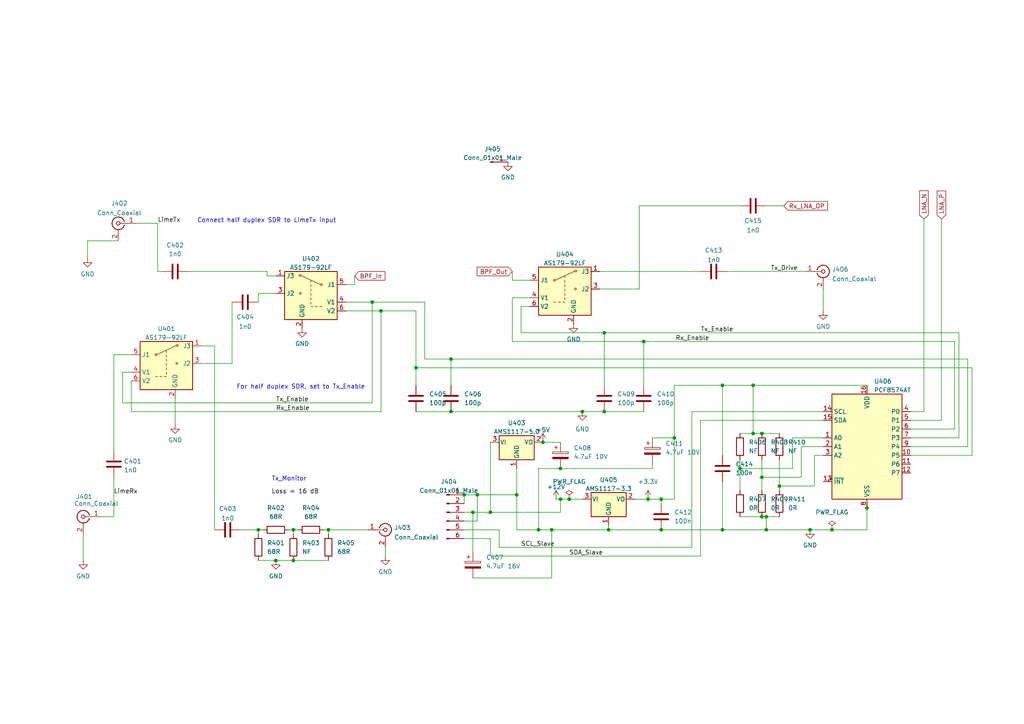
<source format=kicad_sch>
(kicad_sch (version 20211123) (generator eeschema)

  (uuid 6e264b0c-9e59-4bd7-9027-2efc77d4efe4)

  (paper "A4")

  (title_block
    (title "Signal switching ")
  )

  (lib_symbols
    (symbol "Connector:Conn_01x01_Male" (pin_names (offset 1.016) hide) (in_bom yes) (on_board yes)
      (property "Reference" "J" (id 0) (at 0 2.54 0)
        (effects (font (size 1.27 1.27)))
      )
      (property "Value" "Conn_01x01_Male" (id 1) (at 0 -2.54 0)
        (effects (font (size 1.27 1.27)))
      )
      (property "Footprint" "" (id 2) (at 0 0 0)
        (effects (font (size 1.27 1.27)) hide)
      )
      (property "Datasheet" "~" (id 3) (at 0 0 0)
        (effects (font (size 1.27 1.27)) hide)
      )
      (property "ki_keywords" "connector" (id 4) (at 0 0 0)
        (effects (font (size 1.27 1.27)) hide)
      )
      (property "ki_description" "Generic connector, single row, 01x01, script generated (kicad-library-utils/schlib/autogen/connector/)" (id 5) (at 0 0 0)
        (effects (font (size 1.27 1.27)) hide)
      )
      (property "ki_fp_filters" "Connector*:*" (id 6) (at 0 0 0)
        (effects (font (size 1.27 1.27)) hide)
      )
      (symbol "Conn_01x01_Male_1_1"
        (polyline
          (pts
            (xy 1.27 0)
            (xy 0.8636 0)
          )
          (stroke (width 0.1524) (type default) (color 0 0 0 0))
          (fill (type none))
        )
        (rectangle (start 0.8636 0.127) (end 0 -0.127)
          (stroke (width 0.1524) (type default) (color 0 0 0 0))
          (fill (type outline))
        )
        (pin passive line (at 5.08 0 180) (length 3.81)
          (name "Pin_1" (effects (font (size 1.27 1.27))))
          (number "1" (effects (font (size 1.27 1.27))))
        )
      )
    )
    (symbol "Connector:Conn_01x06_Male" (pin_names (offset 1.016) hide) (in_bom yes) (on_board yes)
      (property "Reference" "J" (id 0) (at 0 7.62 0)
        (effects (font (size 1.27 1.27)))
      )
      (property "Value" "Conn_01x06_Male" (id 1) (at 0 -10.16 0)
        (effects (font (size 1.27 1.27)))
      )
      (property "Footprint" "" (id 2) (at 0 0 0)
        (effects (font (size 1.27 1.27)) hide)
      )
      (property "Datasheet" "~" (id 3) (at 0 0 0)
        (effects (font (size 1.27 1.27)) hide)
      )
      (property "ki_keywords" "connector" (id 4) (at 0 0 0)
        (effects (font (size 1.27 1.27)) hide)
      )
      (property "ki_description" "Generic connector, single row, 01x06, script generated (kicad-library-utils/schlib/autogen/connector/)" (id 5) (at 0 0 0)
        (effects (font (size 1.27 1.27)) hide)
      )
      (property "ki_fp_filters" "Connector*:*_1x??_*" (id 6) (at 0 0 0)
        (effects (font (size 1.27 1.27)) hide)
      )
      (symbol "Conn_01x06_Male_1_1"
        (polyline
          (pts
            (xy 1.27 -7.62)
            (xy 0.8636 -7.62)
          )
          (stroke (width 0.1524) (type default) (color 0 0 0 0))
          (fill (type none))
        )
        (polyline
          (pts
            (xy 1.27 -5.08)
            (xy 0.8636 -5.08)
          )
          (stroke (width 0.1524) (type default) (color 0 0 0 0))
          (fill (type none))
        )
        (polyline
          (pts
            (xy 1.27 -2.54)
            (xy 0.8636 -2.54)
          )
          (stroke (width 0.1524) (type default) (color 0 0 0 0))
          (fill (type none))
        )
        (polyline
          (pts
            (xy 1.27 0)
            (xy 0.8636 0)
          )
          (stroke (width 0.1524) (type default) (color 0 0 0 0))
          (fill (type none))
        )
        (polyline
          (pts
            (xy 1.27 2.54)
            (xy 0.8636 2.54)
          )
          (stroke (width 0.1524) (type default) (color 0 0 0 0))
          (fill (type none))
        )
        (polyline
          (pts
            (xy 1.27 5.08)
            (xy 0.8636 5.08)
          )
          (stroke (width 0.1524) (type default) (color 0 0 0 0))
          (fill (type none))
        )
        (rectangle (start 0.8636 -7.493) (end 0 -7.747)
          (stroke (width 0.1524) (type default) (color 0 0 0 0))
          (fill (type outline))
        )
        (rectangle (start 0.8636 -4.953) (end 0 -5.207)
          (stroke (width 0.1524) (type default) (color 0 0 0 0))
          (fill (type outline))
        )
        (rectangle (start 0.8636 -2.413) (end 0 -2.667)
          (stroke (width 0.1524) (type default) (color 0 0 0 0))
          (fill (type outline))
        )
        (rectangle (start 0.8636 0.127) (end 0 -0.127)
          (stroke (width 0.1524) (type default) (color 0 0 0 0))
          (fill (type outline))
        )
        (rectangle (start 0.8636 2.667) (end 0 2.413)
          (stroke (width 0.1524) (type default) (color 0 0 0 0))
          (fill (type outline))
        )
        (rectangle (start 0.8636 5.207) (end 0 4.953)
          (stroke (width 0.1524) (type default) (color 0 0 0 0))
          (fill (type outline))
        )
        (pin passive line (at 5.08 5.08 180) (length 3.81)
          (name "Pin_1" (effects (font (size 1.27 1.27))))
          (number "1" (effects (font (size 1.27 1.27))))
        )
        (pin passive line (at 5.08 2.54 180) (length 3.81)
          (name "Pin_2" (effects (font (size 1.27 1.27))))
          (number "2" (effects (font (size 1.27 1.27))))
        )
        (pin passive line (at 5.08 0 180) (length 3.81)
          (name "Pin_3" (effects (font (size 1.27 1.27))))
          (number "3" (effects (font (size 1.27 1.27))))
        )
        (pin passive line (at 5.08 -2.54 180) (length 3.81)
          (name "Pin_4" (effects (font (size 1.27 1.27))))
          (number "4" (effects (font (size 1.27 1.27))))
        )
        (pin passive line (at 5.08 -5.08 180) (length 3.81)
          (name "Pin_5" (effects (font (size 1.27 1.27))))
          (number "5" (effects (font (size 1.27 1.27))))
        )
        (pin passive line (at 5.08 -7.62 180) (length 3.81)
          (name "Pin_6" (effects (font (size 1.27 1.27))))
          (number "6" (effects (font (size 1.27 1.27))))
        )
      )
    )
    (symbol "Connector:Conn_Coaxial" (pin_names (offset 1.016) hide) (in_bom yes) (on_board yes)
      (property "Reference" "J" (id 0) (at 0.254 3.048 0)
        (effects (font (size 1.27 1.27)))
      )
      (property "Value" "Conn_Coaxial" (id 1) (at 2.921 0 90)
        (effects (font (size 1.27 1.27)))
      )
      (property "Footprint" "" (id 2) (at 0 0 0)
        (effects (font (size 1.27 1.27)) hide)
      )
      (property "Datasheet" " ~" (id 3) (at 0 0 0)
        (effects (font (size 1.27 1.27)) hide)
      )
      (property "ki_keywords" "BNC SMA SMB SMC LEMO coaxial connector CINCH RCA" (id 4) (at 0 0 0)
        (effects (font (size 1.27 1.27)) hide)
      )
      (property "ki_description" "coaxial connector (BNC, SMA, SMB, SMC, Cinch/RCA, LEMO, ...)" (id 5) (at 0 0 0)
        (effects (font (size 1.27 1.27)) hide)
      )
      (property "ki_fp_filters" "*BNC* *SMA* *SMB* *SMC* *Cinch* *LEMO*" (id 6) (at 0 0 0)
        (effects (font (size 1.27 1.27)) hide)
      )
      (symbol "Conn_Coaxial_0_1"
        (arc (start -1.778 -0.508) (mid 0.222 -1.808) (end 1.778 0)
          (stroke (width 0.254) (type default) (color 0 0 0 0))
          (fill (type none))
        )
        (polyline
          (pts
            (xy -2.54 0)
            (xy -0.508 0)
          )
          (stroke (width 0) (type default) (color 0 0 0 0))
          (fill (type none))
        )
        (polyline
          (pts
            (xy 0 -2.54)
            (xy 0 -1.778)
          )
          (stroke (width 0) (type default) (color 0 0 0 0))
          (fill (type none))
        )
        (circle (center 0 0) (radius 0.508)
          (stroke (width 0.2032) (type default) (color 0 0 0 0))
          (fill (type none))
        )
        (arc (start 1.778 0) (mid 0.222 1.8083) (end -1.778 0.508)
          (stroke (width 0.254) (type default) (color 0 0 0 0))
          (fill (type none))
        )
      )
      (symbol "Conn_Coaxial_1_1"
        (pin passive line (at -5.08 0 0) (length 2.54)
          (name "In" (effects (font (size 1.27 1.27))))
          (number "1" (effects (font (size 1.27 1.27))))
        )
        (pin passive line (at 0 -5.08 90) (length 2.54)
          (name "Ext" (effects (font (size 1.27 1.27))))
          (number "2" (effects (font (size 1.27 1.27))))
        )
      )
    )
    (symbol "Device:C" (pin_numbers hide) (pin_names (offset 0.254)) (in_bom yes) (on_board yes)
      (property "Reference" "C" (id 0) (at 0.635 2.54 0)
        (effects (font (size 1.27 1.27)) (justify left))
      )
      (property "Value" "C" (id 1) (at 0.635 -2.54 0)
        (effects (font (size 1.27 1.27)) (justify left))
      )
      (property "Footprint" "" (id 2) (at 0.9652 -3.81 0)
        (effects (font (size 1.27 1.27)) hide)
      )
      (property "Datasheet" "~" (id 3) (at 0 0 0)
        (effects (font (size 1.27 1.27)) hide)
      )
      (property "ki_keywords" "cap capacitor" (id 4) (at 0 0 0)
        (effects (font (size 1.27 1.27)) hide)
      )
      (property "ki_description" "Unpolarized capacitor" (id 5) (at 0 0 0)
        (effects (font (size 1.27 1.27)) hide)
      )
      (property "ki_fp_filters" "C_*" (id 6) (at 0 0 0)
        (effects (font (size 1.27 1.27)) hide)
      )
      (symbol "C_0_1"
        (polyline
          (pts
            (xy -2.032 -0.762)
            (xy 2.032 -0.762)
          )
          (stroke (width 0.508) (type default) (color 0 0 0 0))
          (fill (type none))
        )
        (polyline
          (pts
            (xy -2.032 0.762)
            (xy 2.032 0.762)
          )
          (stroke (width 0.508) (type default) (color 0 0 0 0))
          (fill (type none))
        )
      )
      (symbol "C_1_1"
        (pin passive line (at 0 3.81 270) (length 2.794)
          (name "~" (effects (font (size 1.27 1.27))))
          (number "1" (effects (font (size 1.27 1.27))))
        )
        (pin passive line (at 0 -3.81 90) (length 2.794)
          (name "~" (effects (font (size 1.27 1.27))))
          (number "2" (effects (font (size 1.27 1.27))))
        )
      )
    )
    (symbol "Device:C_Polarized" (pin_numbers hide) (pin_names (offset 0.254)) (in_bom yes) (on_board yes)
      (property "Reference" "C" (id 0) (at 0.635 2.54 0)
        (effects (font (size 1.27 1.27)) (justify left))
      )
      (property "Value" "C_Polarized" (id 1) (at 0.635 -2.54 0)
        (effects (font (size 1.27 1.27)) (justify left))
      )
      (property "Footprint" "" (id 2) (at 0.9652 -3.81 0)
        (effects (font (size 1.27 1.27)) hide)
      )
      (property "Datasheet" "~" (id 3) (at 0 0 0)
        (effects (font (size 1.27 1.27)) hide)
      )
      (property "ki_keywords" "cap capacitor" (id 4) (at 0 0 0)
        (effects (font (size 1.27 1.27)) hide)
      )
      (property "ki_description" "Polarized capacitor" (id 5) (at 0 0 0)
        (effects (font (size 1.27 1.27)) hide)
      )
      (property "ki_fp_filters" "CP_*" (id 6) (at 0 0 0)
        (effects (font (size 1.27 1.27)) hide)
      )
      (symbol "C_Polarized_0_1"
        (rectangle (start -2.286 0.508) (end 2.286 1.016)
          (stroke (width 0) (type default) (color 0 0 0 0))
          (fill (type none))
        )
        (polyline
          (pts
            (xy -1.778 2.286)
            (xy -0.762 2.286)
          )
          (stroke (width 0) (type default) (color 0 0 0 0))
          (fill (type none))
        )
        (polyline
          (pts
            (xy -1.27 2.794)
            (xy -1.27 1.778)
          )
          (stroke (width 0) (type default) (color 0 0 0 0))
          (fill (type none))
        )
        (rectangle (start 2.286 -0.508) (end -2.286 -1.016)
          (stroke (width 0) (type default) (color 0 0 0 0))
          (fill (type outline))
        )
      )
      (symbol "C_Polarized_1_1"
        (pin passive line (at 0 3.81 270) (length 2.794)
          (name "~" (effects (font (size 1.27 1.27))))
          (number "1" (effects (font (size 1.27 1.27))))
        )
        (pin passive line (at 0 -3.81 90) (length 2.794)
          (name "~" (effects (font (size 1.27 1.27))))
          (number "2" (effects (font (size 1.27 1.27))))
        )
      )
    )
    (symbol "Device:R" (pin_numbers hide) (pin_names (offset 0)) (in_bom yes) (on_board yes)
      (property "Reference" "R" (id 0) (at 2.032 0 90)
        (effects (font (size 1.27 1.27)))
      )
      (property "Value" "R" (id 1) (at 0 0 90)
        (effects (font (size 1.27 1.27)))
      )
      (property "Footprint" "" (id 2) (at -1.778 0 90)
        (effects (font (size 1.27 1.27)) hide)
      )
      (property "Datasheet" "~" (id 3) (at 0 0 0)
        (effects (font (size 1.27 1.27)) hide)
      )
      (property "ki_keywords" "R res resistor" (id 4) (at 0 0 0)
        (effects (font (size 1.27 1.27)) hide)
      )
      (property "ki_description" "Resistor" (id 5) (at 0 0 0)
        (effects (font (size 1.27 1.27)) hide)
      )
      (property "ki_fp_filters" "R_*" (id 6) (at 0 0 0)
        (effects (font (size 1.27 1.27)) hide)
      )
      (symbol "R_0_1"
        (rectangle (start -1.016 -2.54) (end 1.016 2.54)
          (stroke (width 0.254) (type default) (color 0 0 0 0))
          (fill (type none))
        )
      )
      (symbol "R_1_1"
        (pin passive line (at 0 3.81 270) (length 1.27)
          (name "~" (effects (font (size 1.27 1.27))))
          (number "1" (effects (font (size 1.27 1.27))))
        )
        (pin passive line (at 0 -3.81 90) (length 1.27)
          (name "~" (effects (font (size 1.27 1.27))))
          (number "2" (effects (font (size 1.27 1.27))))
        )
      )
    )
    (symbol "Interface_Expansion:PCF8574A" (in_bom yes) (on_board yes)
      (property "Reference" "U" (id 0) (at -8.89 16.51 0)
        (effects (font (size 1.27 1.27)) (justify left))
      )
      (property "Value" "PCF8574A" (id 1) (at 2.54 16.51 0)
        (effects (font (size 1.27 1.27)) (justify left))
      )
      (property "Footprint" "" (id 2) (at 0 0 0)
        (effects (font (size 1.27 1.27)) hide)
      )
      (property "Datasheet" "http://www.nxp.com/documents/data_sheet/PCF8574_PCF8574A.pdf" (id 3) (at 0 0 0)
        (effects (font (size 1.27 1.27)) hide)
      )
      (property "ki_keywords" "I2C Expander" (id 4) (at 0 0 0)
        (effects (font (size 1.27 1.27)) hide)
      )
      (property "ki_description" "8 Bit Port/Expander to I2C Bus, DIP/SOIC-16" (id 5) (at 0 0 0)
        (effects (font (size 1.27 1.27)) hide)
      )
      (property "ki_fp_filters" "DIP*W7.62mm* SOIC*7.5x10.3mm*P1.27mm*" (id 6) (at 0 0 0)
        (effects (font (size 1.27 1.27)) hide)
      )
      (symbol "PCF8574A_0_1"
        (rectangle (start -10.16 15.24) (end 10.16 -15.24)
          (stroke (width 0.254) (type default) (color 0 0 0 0))
          (fill (type background))
        )
      )
      (symbol "PCF8574A_1_1"
        (pin input line (at -12.7 2.54 0) (length 2.54)
          (name "A0" (effects (font (size 1.27 1.27))))
          (number "1" (effects (font (size 1.27 1.27))))
        )
        (pin bidirectional line (at 12.7 -2.54 180) (length 2.54)
          (name "P5" (effects (font (size 1.27 1.27))))
          (number "10" (effects (font (size 1.27 1.27))))
        )
        (pin bidirectional line (at 12.7 -5.08 180) (length 2.54)
          (name "P6" (effects (font (size 1.27 1.27))))
          (number "11" (effects (font (size 1.27 1.27))))
        )
        (pin bidirectional line (at 12.7 -7.62 180) (length 2.54)
          (name "P7" (effects (font (size 1.27 1.27))))
          (number "12" (effects (font (size 1.27 1.27))))
        )
        (pin open_collector output_low (at -12.7 -10.16 0) (length 2.54)
          (name "~{INT}" (effects (font (size 1.27 1.27))))
          (number "13" (effects (font (size 1.27 1.27))))
        )
        (pin input line (at -12.7 10.16 0) (length 2.54)
          (name "SCL" (effects (font (size 1.27 1.27))))
          (number "14" (effects (font (size 1.27 1.27))))
        )
        (pin bidirectional line (at -12.7 7.62 0) (length 2.54)
          (name "SDA" (effects (font (size 1.27 1.27))))
          (number "15" (effects (font (size 1.27 1.27))))
        )
        (pin power_in line (at 0 17.78 270) (length 2.54)
          (name "VDD" (effects (font (size 1.27 1.27))))
          (number "16" (effects (font (size 1.27 1.27))))
        )
        (pin input line (at -12.7 0 0) (length 2.54)
          (name "A1" (effects (font (size 1.27 1.27))))
          (number "2" (effects (font (size 1.27 1.27))))
        )
        (pin input line (at -12.7 -2.54 0) (length 2.54)
          (name "A2" (effects (font (size 1.27 1.27))))
          (number "3" (effects (font (size 1.27 1.27))))
        )
        (pin bidirectional line (at 12.7 10.16 180) (length 2.54)
          (name "P0" (effects (font (size 1.27 1.27))))
          (number "4" (effects (font (size 1.27 1.27))))
        )
        (pin bidirectional line (at 12.7 7.62 180) (length 2.54)
          (name "P1" (effects (font (size 1.27 1.27))))
          (number "5" (effects (font (size 1.27 1.27))))
        )
        (pin bidirectional line (at 12.7 5.08 180) (length 2.54)
          (name "P2" (effects (font (size 1.27 1.27))))
          (number "6" (effects (font (size 1.27 1.27))))
        )
        (pin bidirectional line (at 12.7 2.54 180) (length 2.54)
          (name "P3" (effects (font (size 1.27 1.27))))
          (number "7" (effects (font (size 1.27 1.27))))
        )
        (pin power_in line (at 0 -17.78 90) (length 2.54)
          (name "VSS" (effects (font (size 1.27 1.27))))
          (number "8" (effects (font (size 1.27 1.27))))
        )
        (pin bidirectional line (at 12.7 0 180) (length 2.54)
          (name "P4" (effects (font (size 1.27 1.27))))
          (number "9" (effects (font (size 1.27 1.27))))
        )
      )
    )
    (symbol "RF_Switch:AS179-92LF" (in_bom yes) (on_board yes)
      (property "Reference" "U" (id 0) (at -7.62 7.62 0)
        (effects (font (size 1.27 1.27)))
      )
      (property "Value" "AS179-92LF" (id 1) (at 2.54 7.62 0)
        (effects (font (size 1.27 1.27)))
      )
      (property "Footprint" "Package_TO_SOT_SMD:SOT-363_SC-70-6" (id 2) (at 2.54 0 0)
        (effects (font (size 1.27 1.27)) hide)
      )
      (property "Datasheet" "http://www.skyworksinc.com/uploads/documents/AS179_92LF_200176H.pdf" (id 3) (at 2.54 0 0)
        (effects (font (size 1.27 1.27)) hide)
      )
      (property "ki_keywords" "rf spdt switch" (id 4) (at 0 0 0)
        (effects (font (size 1.27 1.27)) hide)
      )
      (property "ki_description" "20 MHz to 4.0 GHz GaAs SPDT Switch, SC-70" (id 5) (at 0 0 0)
        (effects (font (size 1.27 1.27)) hide)
      )
      (property "ki_fp_filters" "SOT*363*" (id 6) (at 0 0 0)
        (effects (font (size 1.27 1.27)) hide)
      )
      (symbol "AS179-92LF_1_1"
        (circle (center -3.048 2.54) (radius 0.2794)
          (stroke (width 0) (type default) (color 0 0 0 0))
          (fill (type none))
        )
        (polyline
          (pts
            (xy -3.175 -3.81)
            (xy -2.54 -3.81)
          )
          (stroke (width 0) (type default) (color 0 0 0 0))
          (fill (type none))
        )
        (polyline
          (pts
            (xy -2.794 2.54)
            (xy 2.921 5.207)
          )
          (stroke (width 0) (type default) (color 0 0 0 0))
          (fill (type none))
        )
        (polyline
          (pts
            (xy -1.905 -3.81)
            (xy -1.27 -3.81)
          )
          (stroke (width 0) (type default) (color 0 0 0 0))
          (fill (type none))
        )
        (polyline
          (pts
            (xy -0.635 -3.81)
            (xy 0 -3.81)
          )
          (stroke (width 0) (type default) (color 0 0 0 0))
          (fill (type none))
        )
        (polyline
          (pts
            (xy 0 -3.175)
            (xy 0 -2.54)
          )
          (stroke (width 0) (type default) (color 0 0 0 0))
          (fill (type none))
        )
        (polyline
          (pts
            (xy 0 -1.905)
            (xy 0 -1.27)
          )
          (stroke (width 0) (type default) (color 0 0 0 0))
          (fill (type none))
        )
        (polyline
          (pts
            (xy 0 -0.635)
            (xy 0 0)
          )
          (stroke (width 0) (type default) (color 0 0 0 0))
          (fill (type none))
        )
        (polyline
          (pts
            (xy 0 0.635)
            (xy 0 1.27)
          )
          (stroke (width 0) (type default) (color 0 0 0 0))
          (fill (type none))
        )
        (polyline
          (pts
            (xy 0 1.905)
            (xy 0 2.54)
          )
          (stroke (width 0) (type default) (color 0 0 0 0))
          (fill (type none))
        )
        (polyline
          (pts
            (xy 0 3.175)
            (xy 0 3.81)
          )
          (stroke (width 0) (type default) (color 0 0 0 0))
          (fill (type none))
        )
        (circle (center 3.048 0) (radius 0.2794)
          (stroke (width 0) (type default) (color 0 0 0 0))
          (fill (type none))
        )
        (circle (center 3.175 5.207) (radius 0.2794)
          (stroke (width 0) (type default) (color 0 0 0 0))
          (fill (type none))
        )
        (rectangle (start 7.62 -7.62) (end -7.62 6.35)
          (stroke (width 0.254) (type default) (color 0 0 0 0))
          (fill (type background))
        )
        (pin passive line (at 10.16 5.08 180) (length 2.54)
          (name "J3" (effects (font (size 1.27 1.27))))
          (number "1" (effects (font (size 1.27 1.27))))
        )
        (pin power_in line (at 2.54 -10.16 90) (length 2.54)
          (name "GND" (effects (font (size 1.27 1.27))))
          (number "2" (effects (font (size 1.27 1.27))))
        )
        (pin passive line (at 10.16 0 180) (length 2.54)
          (name "J2" (effects (font (size 1.27 1.27))))
          (number "3" (effects (font (size 1.27 1.27))))
        )
        (pin input line (at -10.16 -2.54 0) (length 2.54)
          (name "V1" (effects (font (size 1.27 1.27))))
          (number "4" (effects (font (size 1.27 1.27))))
        )
        (pin passive line (at -10.16 2.54 0) (length 2.54)
          (name "J1" (effects (font (size 1.27 1.27))))
          (number "5" (effects (font (size 1.27 1.27))))
        )
        (pin input line (at -10.16 -5.08 0) (length 2.54)
          (name "V2" (effects (font (size 1.27 1.27))))
          (number "6" (effects (font (size 1.27 1.27))))
        )
      )
    )
    (symbol "Regulator_Linear:AMS1117-3.3" (pin_names (offset 0.254)) (in_bom yes) (on_board yes)
      (property "Reference" "U" (id 0) (at -3.81 3.175 0)
        (effects (font (size 1.27 1.27)))
      )
      (property "Value" "AMS1117-3.3" (id 1) (at 0 3.175 0)
        (effects (font (size 1.27 1.27)) (justify left))
      )
      (property "Footprint" "Package_TO_SOT_SMD:SOT-223-3_TabPin2" (id 2) (at 0 5.08 0)
        (effects (font (size 1.27 1.27)) hide)
      )
      (property "Datasheet" "http://www.advanced-monolithic.com/pdf/ds1117.pdf" (id 3) (at 2.54 -6.35 0)
        (effects (font (size 1.27 1.27)) hide)
      )
      (property "ki_keywords" "linear regulator ldo fixed positive" (id 4) (at 0 0 0)
        (effects (font (size 1.27 1.27)) hide)
      )
      (property "ki_description" "1A Low Dropout regulator, positive, 3.3V fixed output, SOT-223" (id 5) (at 0 0 0)
        (effects (font (size 1.27 1.27)) hide)
      )
      (property "ki_fp_filters" "SOT?223*TabPin2*" (id 6) (at 0 0 0)
        (effects (font (size 1.27 1.27)) hide)
      )
      (symbol "AMS1117-3.3_0_1"
        (rectangle (start -5.08 -5.08) (end 5.08 1.905)
          (stroke (width 0.254) (type default) (color 0 0 0 0))
          (fill (type background))
        )
      )
      (symbol "AMS1117-3.3_1_1"
        (pin power_in line (at 0 -7.62 90) (length 2.54)
          (name "GND" (effects (font (size 1.27 1.27))))
          (number "1" (effects (font (size 1.27 1.27))))
        )
        (pin power_out line (at 7.62 0 180) (length 2.54)
          (name "VO" (effects (font (size 1.27 1.27))))
          (number "2" (effects (font (size 1.27 1.27))))
        )
        (pin power_in line (at -7.62 0 0) (length 2.54)
          (name "VI" (effects (font (size 1.27 1.27))))
          (number "3" (effects (font (size 1.27 1.27))))
        )
      )
    )
    (symbol "Regulator_Linear:AMS1117-5.0" (pin_names (offset 0.254)) (in_bom yes) (on_board yes)
      (property "Reference" "U" (id 0) (at -3.81 3.175 0)
        (effects (font (size 1.27 1.27)))
      )
      (property "Value" "AMS1117-5.0" (id 1) (at 0 3.175 0)
        (effects (font (size 1.27 1.27)) (justify left))
      )
      (property "Footprint" "Package_TO_SOT_SMD:SOT-223-3_TabPin2" (id 2) (at 0 5.08 0)
        (effects (font (size 1.27 1.27)) hide)
      )
      (property "Datasheet" "http://www.advanced-monolithic.com/pdf/ds1117.pdf" (id 3) (at 2.54 -6.35 0)
        (effects (font (size 1.27 1.27)) hide)
      )
      (property "ki_keywords" "linear regulator ldo fixed positive" (id 4) (at 0 0 0)
        (effects (font (size 1.27 1.27)) hide)
      )
      (property "ki_description" "1A Low Dropout regulator, positive, 5.0V fixed output, SOT-223" (id 5) (at 0 0 0)
        (effects (font (size 1.27 1.27)) hide)
      )
      (property "ki_fp_filters" "SOT?223*TabPin2*" (id 6) (at 0 0 0)
        (effects (font (size 1.27 1.27)) hide)
      )
      (symbol "AMS1117-5.0_0_1"
        (rectangle (start -5.08 -5.08) (end 5.08 1.905)
          (stroke (width 0.254) (type default) (color 0 0 0 0))
          (fill (type background))
        )
      )
      (symbol "AMS1117-5.0_1_1"
        (pin power_in line (at 0 -7.62 90) (length 2.54)
          (name "GND" (effects (font (size 1.27 1.27))))
          (number "1" (effects (font (size 1.27 1.27))))
        )
        (pin power_out line (at 7.62 0 180) (length 2.54)
          (name "VO" (effects (font (size 1.27 1.27))))
          (number "2" (effects (font (size 1.27 1.27))))
        )
        (pin power_in line (at -7.62 0 0) (length 2.54)
          (name "VI" (effects (font (size 1.27 1.27))))
          (number "3" (effects (font (size 1.27 1.27))))
        )
      )
    )
    (symbol "power:+12V" (power) (pin_names (offset 0)) (in_bom yes) (on_board yes)
      (property "Reference" "#PWR" (id 0) (at 0 -3.81 0)
        (effects (font (size 1.27 1.27)) hide)
      )
      (property "Value" "+12V" (id 1) (at 0 3.556 0)
        (effects (font (size 1.27 1.27)))
      )
      (property "Footprint" "" (id 2) (at 0 0 0)
        (effects (font (size 1.27 1.27)) hide)
      )
      (property "Datasheet" "" (id 3) (at 0 0 0)
        (effects (font (size 1.27 1.27)) hide)
      )
      (property "ki_keywords" "power-flag" (id 4) (at 0 0 0)
        (effects (font (size 1.27 1.27)) hide)
      )
      (property "ki_description" "Power symbol creates a global label with name \"+12V\"" (id 5) (at 0 0 0)
        (effects (font (size 1.27 1.27)) hide)
      )
      (symbol "+12V_0_1"
        (polyline
          (pts
            (xy -0.762 1.27)
            (xy 0 2.54)
          )
          (stroke (width 0) (type default) (color 0 0 0 0))
          (fill (type none))
        )
        (polyline
          (pts
            (xy 0 0)
            (xy 0 2.54)
          )
          (stroke (width 0) (type default) (color 0 0 0 0))
          (fill (type none))
        )
        (polyline
          (pts
            (xy 0 2.54)
            (xy 0.762 1.27)
          )
          (stroke (width 0) (type default) (color 0 0 0 0))
          (fill (type none))
        )
      )
      (symbol "+12V_1_1"
        (pin power_in line (at 0 0 90) (length 0) hide
          (name "+12V" (effects (font (size 1.27 1.27))))
          (number "1" (effects (font (size 1.27 1.27))))
        )
      )
    )
    (symbol "power:+3.3V" (power) (pin_names (offset 0)) (in_bom yes) (on_board yes)
      (property "Reference" "#PWR" (id 0) (at 0 -3.81 0)
        (effects (font (size 1.27 1.27)) hide)
      )
      (property "Value" "+3.3V" (id 1) (at 0 3.556 0)
        (effects (font (size 1.27 1.27)))
      )
      (property "Footprint" "" (id 2) (at 0 0 0)
        (effects (font (size 1.27 1.27)) hide)
      )
      (property "Datasheet" "" (id 3) (at 0 0 0)
        (effects (font (size 1.27 1.27)) hide)
      )
      (property "ki_keywords" "power-flag" (id 4) (at 0 0 0)
        (effects (font (size 1.27 1.27)) hide)
      )
      (property "ki_description" "Power symbol creates a global label with name \"+3.3V\"" (id 5) (at 0 0 0)
        (effects (font (size 1.27 1.27)) hide)
      )
      (symbol "+3.3V_0_1"
        (polyline
          (pts
            (xy -0.762 1.27)
            (xy 0 2.54)
          )
          (stroke (width 0) (type default) (color 0 0 0 0))
          (fill (type none))
        )
        (polyline
          (pts
            (xy 0 0)
            (xy 0 2.54)
          )
          (stroke (width 0) (type default) (color 0 0 0 0))
          (fill (type none))
        )
        (polyline
          (pts
            (xy 0 2.54)
            (xy 0.762 1.27)
          )
          (stroke (width 0) (type default) (color 0 0 0 0))
          (fill (type none))
        )
      )
      (symbol "+3.3V_1_1"
        (pin power_in line (at 0 0 90) (length 0) hide
          (name "+3.3V" (effects (font (size 1.27 1.27))))
          (number "1" (effects (font (size 1.27 1.27))))
        )
      )
    )
    (symbol "power:+5V" (power) (pin_names (offset 0)) (in_bom yes) (on_board yes)
      (property "Reference" "#PWR" (id 0) (at 0 -3.81 0)
        (effects (font (size 1.27 1.27)) hide)
      )
      (property "Value" "+5V" (id 1) (at 0 3.556 0)
        (effects (font (size 1.27 1.27)))
      )
      (property "Footprint" "" (id 2) (at 0 0 0)
        (effects (font (size 1.27 1.27)) hide)
      )
      (property "Datasheet" "" (id 3) (at 0 0 0)
        (effects (font (size 1.27 1.27)) hide)
      )
      (property "ki_keywords" "power-flag" (id 4) (at 0 0 0)
        (effects (font (size 1.27 1.27)) hide)
      )
      (property "ki_description" "Power symbol creates a global label with name \"+5V\"" (id 5) (at 0 0 0)
        (effects (font (size 1.27 1.27)) hide)
      )
      (symbol "+5V_0_1"
        (polyline
          (pts
            (xy -0.762 1.27)
            (xy 0 2.54)
          )
          (stroke (width 0) (type default) (color 0 0 0 0))
          (fill (type none))
        )
        (polyline
          (pts
            (xy 0 0)
            (xy 0 2.54)
          )
          (stroke (width 0) (type default) (color 0 0 0 0))
          (fill (type none))
        )
        (polyline
          (pts
            (xy 0 2.54)
            (xy 0.762 1.27)
          )
          (stroke (width 0) (type default) (color 0 0 0 0))
          (fill (type none))
        )
      )
      (symbol "+5V_1_1"
        (pin power_in line (at 0 0 90) (length 0) hide
          (name "+5V" (effects (font (size 1.27 1.27))))
          (number "1" (effects (font (size 1.27 1.27))))
        )
      )
    )
    (symbol "power:GND" (power) (pin_names (offset 0)) (in_bom yes) (on_board yes)
      (property "Reference" "#PWR" (id 0) (at 0 -6.35 0)
        (effects (font (size 1.27 1.27)) hide)
      )
      (property "Value" "GND" (id 1) (at 0 -3.81 0)
        (effects (font (size 1.27 1.27)))
      )
      (property "Footprint" "" (id 2) (at 0 0 0)
        (effects (font (size 1.27 1.27)) hide)
      )
      (property "Datasheet" "" (id 3) (at 0 0 0)
        (effects (font (size 1.27 1.27)) hide)
      )
      (property "ki_keywords" "power-flag" (id 4) (at 0 0 0)
        (effects (font (size 1.27 1.27)) hide)
      )
      (property "ki_description" "Power symbol creates a global label with name \"GND\" , ground" (id 5) (at 0 0 0)
        (effects (font (size 1.27 1.27)) hide)
      )
      (symbol "GND_0_1"
        (polyline
          (pts
            (xy 0 0)
            (xy 0 -1.27)
            (xy 1.27 -1.27)
            (xy 0 -2.54)
            (xy -1.27 -1.27)
            (xy 0 -1.27)
          )
          (stroke (width 0) (type default) (color 0 0 0 0))
          (fill (type none))
        )
      )
      (symbol "GND_1_1"
        (pin power_in line (at 0 0 270) (length 0) hide
          (name "GND" (effects (font (size 1.27 1.27))))
          (number "1" (effects (font (size 1.27 1.27))))
        )
      )
    )
    (symbol "power:PWR_FLAG" (power) (pin_numbers hide) (pin_names (offset 0) hide) (in_bom yes) (on_board yes)
      (property "Reference" "#FLG" (id 0) (at 0 1.905 0)
        (effects (font (size 1.27 1.27)) hide)
      )
      (property "Value" "PWR_FLAG" (id 1) (at 0 3.81 0)
        (effects (font (size 1.27 1.27)))
      )
      (property "Footprint" "" (id 2) (at 0 0 0)
        (effects (font (size 1.27 1.27)) hide)
      )
      (property "Datasheet" "~" (id 3) (at 0 0 0)
        (effects (font (size 1.27 1.27)) hide)
      )
      (property "ki_keywords" "power-flag" (id 4) (at 0 0 0)
        (effects (font (size 1.27 1.27)) hide)
      )
      (property "ki_description" "Special symbol for telling ERC where power comes from" (id 5) (at 0 0 0)
        (effects (font (size 1.27 1.27)) hide)
      )
      (symbol "PWR_FLAG_0_0"
        (pin power_out line (at 0 0 90) (length 0)
          (name "pwr" (effects (font (size 1.27 1.27))))
          (number "1" (effects (font (size 1.27 1.27))))
        )
      )
      (symbol "PWR_FLAG_0_1"
        (polyline
          (pts
            (xy 0 0)
            (xy 0 1.27)
            (xy -1.016 1.905)
            (xy 0 2.54)
            (xy 1.016 1.905)
            (xy 0 1.27)
          )
          (stroke (width 0) (type default) (color 0 0 0 0))
          (fill (type none))
        )
      )
    )
  )

  (junction (at 222.25 153.67) (diameter 0) (color 0 0 0 0)
    (uuid 03458019-2558-4fcd-852f-f0e6d83db058)
  )
  (junction (at 74.93 153.67) (diameter 0) (color 0 0 0 0)
    (uuid 0a28d3e2-cdf9-4c84-af9c-2468375c6c19)
  )
  (junction (at 80.01 162.56) (diameter 0) (color 0 0 0 0)
    (uuid 126bd91a-5213-473d-96e5-818d88ddabd9)
  )
  (junction (at 134.62 143.51) (diameter 0) (color 0 0 0 0)
    (uuid 15c4bfa0-37fb-40ee-b526-b4f20e428f8e)
  )
  (junction (at 195.58 127) (diameter 0) (color 0 0 0 0)
    (uuid 1c8402e5-5559-48b9-9324-07220d2124cf)
  )
  (junction (at 107.95 87.63) (diameter 0) (color 0 0 0 0)
    (uuid 1d326ec3-874e-40a0-b9f7-02fca3e66b61)
  )
  (junction (at 214.63 135.89) (diameter 0) (color 0 0 0 0)
    (uuid 247c0bc6-47f9-45aa-b944-5f17fb52512c)
  )
  (junction (at 157.48 128.27) (diameter 0) (color 0 0 0 0)
    (uuid 2b95cedc-f7c2-4e57-8241-0b57246d36a5)
  )
  (junction (at 220.98 149.86) (diameter 0) (color 0 0 0 0)
    (uuid 340dbae8-e7c8-4103-b472-e3442153879d)
  )
  (junction (at 142.24 148.59) (diameter 0) (color 0 0 0 0)
    (uuid 3594b023-0de7-44e7-85a4-7fbfbc88f0c5)
  )
  (junction (at 162.56 135.89) (diameter 0) (color 0 0 0 0)
    (uuid 38e38195-80bb-46be-aafb-8ac23b9be3b4)
  )
  (junction (at 160.02 153.67) (diameter 0) (color 0 0 0 0)
    (uuid 3bfab976-69e0-44ca-bb54-489a2dbc0ba2)
  )
  (junction (at 168.91 119.38) (diameter 0) (color 0 0 0 0)
    (uuid 4516413a-8815-40ac-b600-fb9ce38f772b)
  )
  (junction (at 251.46 147.32) (diameter 0) (color 0 0 0 0)
    (uuid 49372bc4-eb3e-439b-955d-4dfbe25ea045)
  )
  (junction (at 191.77 153.67) (diameter 0) (color 0 0 0 0)
    (uuid 4b70acd9-945c-43ba-a9e3-e7db7f5b18c8)
  )
  (junction (at 138.43 143.51) (diameter 0) (color 0 0 0 0)
    (uuid 501e1527-cd48-4fc8-9355-d2d37a14ab6d)
  )
  (junction (at 130.81 104.14) (diameter 0) (color 0 0 0 0)
    (uuid 514cdefc-2b87-4fce-8278-f4f93a65e886)
  )
  (junction (at 149.86 143.51) (diameter 0) (color 0 0 0 0)
    (uuid 524629f0-d6fb-4144-b2bf-0b58f917e029)
  )
  (junction (at 162.56 144.78) (diameter 0) (color 0 0 0 0)
    (uuid 59333e28-e19c-4a4e-9f86-13357acd8649)
  )
  (junction (at 220.98 138.43) (diameter 0) (color 0 0 0 0)
    (uuid 5fe923df-24c7-4a4b-a676-fcedc0b372fe)
  )
  (junction (at 218.44 111.76) (diameter 0) (color 0 0 0 0)
    (uuid 6742e038-c5e2-42d3-a978-f66c0ce4ef58)
  )
  (junction (at 187.96 144.78) (diameter 0) (color 0 0 0 0)
    (uuid 7dea3ac9-9d8d-483b-9b2c-699b2f6935dc)
  )
  (junction (at 175.26 119.38) (diameter 0) (color 0 0 0 0)
    (uuid 7f6f3ea6-88ad-4e59-8910-37e8ecfe59d1)
  )
  (junction (at 95.25 153.67) (diameter 0) (color 0 0 0 0)
    (uuid 862f20f6-9237-4a43-9abb-c22b3d83fbd9)
  )
  (junction (at 209.55 111.76) (diameter 0) (color 0 0 0 0)
    (uuid 8b7904a9-ecc9-44f1-bb0f-aa3c8395a6dd)
  )
  (junction (at 186.69 99.06) (diameter 0) (color 0 0 0 0)
    (uuid 8b807dbd-17e6-44ee-8995-454ce536376c)
  )
  (junction (at 130.81 119.38) (diameter 0) (color 0 0 0 0)
    (uuid 93e4c2dc-c849-419e-a8f6-07e927596049)
  )
  (junction (at 220.98 125.73) (diameter 0) (color 0 0 0 0)
    (uuid 9a433a0f-766c-4331-bf35-682b954f8034)
  )
  (junction (at 226.06 140.97) (diameter 0) (color 0 0 0 0)
    (uuid 9b997b04-fbae-4834-a03b-031dcbd867a9)
  )
  (junction (at 234.95 153.67) (diameter 0) (color 0 0 0 0)
    (uuid aa295f65-d58e-4dbb-88d4-e7f6f87052b9)
  )
  (junction (at 209.55 153.67) (diameter 0) (color 0 0 0 0)
    (uuid b0f35f4f-cd4e-4b02-a5c9-b5841b0579c3)
  )
  (junction (at 85.09 153.67) (diameter 0) (color 0 0 0 0)
    (uuid b1acf9e2-5af9-46d3-9ded-2e24531fbe7e)
  )
  (junction (at 85.09 162.56) (diameter 0) (color 0 0 0 0)
    (uuid b501bb56-edce-4dbc-a331-b5f3463fab64)
  )
  (junction (at 218.44 125.73) (diameter 0) (color 0 0 0 0)
    (uuid c9e5b692-cc9b-4816-947f-794cf531faed)
  )
  (junction (at 175.26 96.52) (diameter 0) (color 0 0 0 0)
    (uuid cd6f86ed-4826-44ea-94eb-576941f81f04)
  )
  (junction (at 156.21 153.67) (diameter 0) (color 0 0 0 0)
    (uuid cda04464-746d-4560-b6ea-dd45a72ed390)
  )
  (junction (at 165.1 144.78) (diameter 0) (color 0 0 0 0)
    (uuid ce5f67bb-bcae-46c8-a0d5-d7e41d3d8c94)
  )
  (junction (at 110.49 90.17) (diameter 0) (color 0 0 0 0)
    (uuid d2ef5253-8c1a-4418-a143-fadea42a8f5b)
  )
  (junction (at 222.25 149.86) (diameter 0) (color 0 0 0 0)
    (uuid db6a35ca-ea39-478b-bec9-dbe9c5ee5981)
  )
  (junction (at 120.65 106.68) (diameter 0) (color 0 0 0 0)
    (uuid dce6a07a-8489-4c39-a51a-c65820e14ac2)
  )
  (junction (at 241.3 153.67) (diameter 0) (color 0 0 0 0)
    (uuid e95fa7b2-101f-4151-8bea-e16a762759a0)
  )
  (junction (at 176.53 153.67) (diameter 0) (color 0 0 0 0)
    (uuid f4255379-8b6f-4acc-bb93-02097132862d)
  )
  (junction (at 137.16 148.59) (diameter 0) (color 0 0 0 0)
    (uuid f6d15cdd-f274-4776-8adc-43f2d6e36522)
  )
  (junction (at 191.77 144.78) (diameter 0) (color 0 0 0 0)
    (uuid fac1260c-4c6a-44f1-ab90-b119ad11fa8d)
  )

  (wire (pts (xy 162.56 135.89) (xy 156.21 135.89))
    (stroke (width 0) (type default) (color 0 0 0 0))
    (uuid 0188c136-dec3-4adc-9541-7e63860eaa92)
  )
  (wire (pts (xy 276.86 99.06) (xy 276.86 124.46))
    (stroke (width 0) (type default) (color 0 0 0 0))
    (uuid 0308c0c5-6a80-4edf-bdb1-d4be3c39726a)
  )
  (wire (pts (xy 173.99 83.82) (xy 185.42 83.82))
    (stroke (width 0) (type default) (color 0 0 0 0))
    (uuid 06361dfa-46a4-497e-96ad-933c83b2a513)
  )
  (wire (pts (xy 69.85 153.67) (xy 74.93 153.67))
    (stroke (width 0) (type default) (color 0 0 0 0))
    (uuid 06ad5e75-623f-4dd7-9432-3027bada964b)
  )
  (wire (pts (xy 111.76 158.75) (xy 111.76 161.29))
    (stroke (width 0) (type default) (color 0 0 0 0))
    (uuid 08f193bf-9307-4e75-a221-57f25022e302)
  )
  (wire (pts (xy 151.13 88.9) (xy 151.13 96.52))
    (stroke (width 0) (type default) (color 0 0 0 0))
    (uuid 09571006-8e41-448a-859a-1369c3822a00)
  )
  (wire (pts (xy 209.55 132.08) (xy 209.55 111.76))
    (stroke (width 0) (type default) (color 0 0 0 0))
    (uuid 0a765ebe-f534-4e0a-b503-9884d1d7c0be)
  )
  (wire (pts (xy 120.65 90.17) (xy 120.65 106.68))
    (stroke (width 0) (type default) (color 0 0 0 0))
    (uuid 0aa26870-88c8-405d-a81b-dc8d6ae71610)
  )
  (wire (pts (xy 185.42 83.82) (xy 185.42 59.69))
    (stroke (width 0) (type default) (color 0 0 0 0))
    (uuid 0b258cd9-7e87-431c-83ec-83c6ca8f2eb4)
  )
  (wire (pts (xy 45.72 64.77) (xy 45.72 78.74))
    (stroke (width 0) (type default) (color 0 0 0 0))
    (uuid 0ba575b9-e744-4e5b-bb05-d5e2f6c6c4f0)
  )
  (wire (pts (xy 160.02 167.64) (xy 160.02 153.67))
    (stroke (width 0) (type default) (color 0 0 0 0))
    (uuid 0ba99d57-995d-4679-822f-5568fc8cba1f)
  )
  (wire (pts (xy 35.56 107.95) (xy 35.56 116.84))
    (stroke (width 0) (type default) (color 0 0 0 0))
    (uuid 0c70ac42-bd8b-447f-8e9a-256d80ee8a6b)
  )
  (wire (pts (xy 74.93 162.56) (xy 80.01 162.56))
    (stroke (width 0) (type default) (color 0 0 0 0))
    (uuid 0d057cd0-fa87-41a3-9116-bd1d1c83ed46)
  )
  (wire (pts (xy 80.01 85.09) (xy 74.93 85.09))
    (stroke (width 0) (type default) (color 0 0 0 0))
    (uuid 0ea21f5f-69e9-49ab-8568-2c30ce8d8924)
  )
  (wire (pts (xy 33.02 138.43) (xy 33.02 149.86))
    (stroke (width 0) (type default) (color 0 0 0 0))
    (uuid 0fe37afd-0e57-4371-8a34-b7aa505f2d64)
  )
  (wire (pts (xy 191.77 144.78) (xy 191.77 146.05))
    (stroke (width 0) (type default) (color 0 0 0 0))
    (uuid 10732986-affa-45cc-a467-193b5a6478a5)
  )
  (wire (pts (xy 229.87 135.89) (xy 214.63 135.89))
    (stroke (width 0) (type default) (color 0 0 0 0))
    (uuid 11e0ffde-455b-4a43-8e17-a3714c9eca7b)
  )
  (wire (pts (xy 176.53 153.67) (xy 191.77 153.67))
    (stroke (width 0) (type default) (color 0 0 0 0))
    (uuid 186ce13b-d847-4644-8663-0ba8ac9a0876)
  )
  (wire (pts (xy 38.1 110.49) (xy 38.1 119.38))
    (stroke (width 0) (type default) (color 0 0 0 0))
    (uuid 18e25159-8b09-4aa8-bd36-03a468f09d99)
  )
  (wire (pts (xy 238.76 83.82) (xy 238.76 90.17))
    (stroke (width 0) (type default) (color 0 0 0 0))
    (uuid 18fc2d44-a325-4168-b5c5-28921657e9ee)
  )
  (wire (pts (xy 222.25 149.86) (xy 226.06 149.86))
    (stroke (width 0) (type default) (color 0 0 0 0))
    (uuid 1bcbfe2e-5d5f-468a-b8f1-d5972e33a189)
  )
  (wire (pts (xy 62.23 100.33) (xy 62.23 153.67))
    (stroke (width 0) (type default) (color 0 0 0 0))
    (uuid 1cf1c115-dc4c-4b32-8d53-5bc9504f2727)
  )
  (wire (pts (xy 214.63 149.86) (xy 220.98 149.86))
    (stroke (width 0) (type default) (color 0 0 0 0))
    (uuid 1e2b55bb-e350-4363-bf19-e50ddc9809a3)
  )
  (wire (pts (xy 264.16 132.08) (xy 281.94 132.08))
    (stroke (width 0) (type default) (color 0 0 0 0))
    (uuid 1e5bff38-1041-4a07-a6d6-8e64e8f8f28a)
  )
  (wire (pts (xy 134.62 153.67) (xy 144.78 153.67))
    (stroke (width 0) (type default) (color 0 0 0 0))
    (uuid 1f353a38-cca8-4319-a88a-adf4bc17d733)
  )
  (wire (pts (xy 251.46 147.32) (xy 251.46 153.67))
    (stroke (width 0) (type default) (color 0 0 0 0))
    (uuid 1f858c37-1751-4b3a-bd7e-d9e1ed2cdff9)
  )
  (wire (pts (xy 189.23 127) (xy 195.58 127))
    (stroke (width 0) (type default) (color 0 0 0 0))
    (uuid 210385bb-1159-4d0c-8c32-abe3cc937440)
  )
  (wire (pts (xy 58.42 100.33) (xy 62.23 100.33))
    (stroke (width 0) (type default) (color 0 0 0 0))
    (uuid 22e9f5a5-08e7-4e72-9577-b80f8dd31eb7)
  )
  (wire (pts (xy 29.21 149.86) (xy 33.02 149.86))
    (stroke (width 0) (type default) (color 0 0 0 0))
    (uuid 23692c0b-4b20-4966-a32a-a7819d3425ca)
  )
  (wire (pts (xy 218.44 125.73) (xy 218.44 111.76))
    (stroke (width 0) (type default) (color 0 0 0 0))
    (uuid 27c35064-3ad1-4a49-8e56-a3e62b36317e)
  )
  (wire (pts (xy 210.82 78.74) (xy 233.68 78.74))
    (stroke (width 0) (type default) (color 0 0 0 0))
    (uuid 2892e503-6fff-4fb1-9d1d-046e154c1407)
  )
  (wire (pts (xy 218.44 125.73) (xy 220.98 125.73))
    (stroke (width 0) (type default) (color 0 0 0 0))
    (uuid 29fb930c-7422-4d8c-af90-4f2ef4b96745)
  )
  (wire (pts (xy 203.2 161.29) (xy 203.2 121.92))
    (stroke (width 0) (type default) (color 0 0 0 0))
    (uuid 2bab7698-8b80-4387-8ffa-5a8154feac45)
  )
  (wire (pts (xy 173.99 78.74) (xy 203.2 78.74))
    (stroke (width 0) (type default) (color 0 0 0 0))
    (uuid 2c46a933-6c06-4eff-b4f7-08a735da61e0)
  )
  (wire (pts (xy 220.98 138.43) (xy 220.98 142.24))
    (stroke (width 0) (type default) (color 0 0 0 0))
    (uuid 311b5fcb-a828-4bff-8e48-ff5401889cee)
  )
  (wire (pts (xy 236.22 140.97) (xy 236.22 132.08))
    (stroke (width 0) (type default) (color 0 0 0 0))
    (uuid 31296d2f-868a-435b-a5ab-da28644495fb)
  )
  (wire (pts (xy 168.91 119.38) (xy 175.26 119.38))
    (stroke (width 0) (type default) (color 0 0 0 0))
    (uuid 33ecdae3-2cca-4e10-962a-92034d674126)
  )
  (wire (pts (xy 209.55 153.67) (xy 222.25 153.67))
    (stroke (width 0) (type default) (color 0 0 0 0))
    (uuid 34293bbe-71e7-408e-80af-e71b2eea0d97)
  )
  (wire (pts (xy 156.21 135.89) (xy 156.21 153.67))
    (stroke (width 0) (type default) (color 0 0 0 0))
    (uuid 3450df0a-5774-4789-9385-8cb78558f1cc)
  )
  (wire (pts (xy 227.33 59.69) (xy 222.25 59.69))
    (stroke (width 0) (type default) (color 0 0 0 0))
    (uuid 38dc1222-8876-4a43-aeac-9a57750b2e26)
  )
  (wire (pts (xy 74.93 85.09) (xy 74.93 87.63))
    (stroke (width 0) (type default) (color 0 0 0 0))
    (uuid 3928dbb8-b562-4f95-b34b-0379b2d05855)
  )
  (wire (pts (xy 229.87 127) (xy 229.87 135.89))
    (stroke (width 0) (type default) (color 0 0 0 0))
    (uuid 3936dca2-e31d-478f-8f4a-e1351e5fda78)
  )
  (wire (pts (xy 278.13 96.52) (xy 278.13 127))
    (stroke (width 0) (type default) (color 0 0 0 0))
    (uuid 396361f6-28a2-4bac-b380-ff0866191f1b)
  )
  (wire (pts (xy 175.26 96.52) (xy 278.13 96.52))
    (stroke (width 0) (type default) (color 0 0 0 0))
    (uuid 3b90815a-a353-490b-91a9-4a02e508d872)
  )
  (wire (pts (xy 138.43 151.13) (xy 138.43 143.51))
    (stroke (width 0) (type default) (color 0 0 0 0))
    (uuid 40e7dcbc-17a2-4db0-aa11-84c321b5bc49)
  )
  (wire (pts (xy 100.33 87.63) (xy 107.95 87.63))
    (stroke (width 0) (type default) (color 0 0 0 0))
    (uuid 41171d68-d3f9-4307-adc8-447b560a8e74)
  )
  (wire (pts (xy 200.66 119.38) (xy 238.76 119.38))
    (stroke (width 0) (type default) (color 0 0 0 0))
    (uuid 426ff03c-78dc-41f7-81e7-f4762dc79431)
  )
  (wire (pts (xy 280.67 104.14) (xy 280.67 129.54))
    (stroke (width 0) (type default) (color 0 0 0 0))
    (uuid 4413e81a-6bad-4ed1-9f98-935cca12b514)
  )
  (wire (pts (xy 74.93 153.67) (xy 74.93 154.94))
    (stroke (width 0) (type default) (color 0 0 0 0))
    (uuid 447febd8-a99f-491a-a00c-513f512eced5)
  )
  (wire (pts (xy 220.98 149.86) (xy 222.25 149.86))
    (stroke (width 0) (type default) (color 0 0 0 0))
    (uuid 44ab2738-42c8-4296-b189-ca4564aa7d7c)
  )
  (wire (pts (xy 234.95 153.67) (xy 241.3 153.67))
    (stroke (width 0) (type default) (color 0 0 0 0))
    (uuid 4a4437a4-37d2-42f6-a95d-43ac8a26fb32)
  )
  (wire (pts (xy 142.24 148.59) (xy 142.24 128.27))
    (stroke (width 0) (type default) (color 0 0 0 0))
    (uuid 4c371518-7640-4ae5-a1b7-b38d1690a9ee)
  )
  (wire (pts (xy 195.58 127) (xy 195.58 111.76))
    (stroke (width 0) (type default) (color 0 0 0 0))
    (uuid 4e057152-dd01-4848-9344-a220b8f756dd)
  )
  (wire (pts (xy 156.21 153.67) (xy 160.02 153.67))
    (stroke (width 0) (type default) (color 0 0 0 0))
    (uuid 4f16c6f7-6be9-441b-83c7-f719284978b1)
  )
  (wire (pts (xy 238.76 127) (xy 229.87 127))
    (stroke (width 0) (type default) (color 0 0 0 0))
    (uuid 58a059c0-b790-456a-8858-50c4483f6f97)
  )
  (wire (pts (xy 218.44 111.76) (xy 251.46 111.76))
    (stroke (width 0) (type default) (color 0 0 0 0))
    (uuid 59d2f555-fa76-4f0b-baa7-70c6378054af)
  )
  (wire (pts (xy 148.59 78.74) (xy 148.59 81.28))
    (stroke (width 0) (type default) (color 0 0 0 0))
    (uuid 5a07dbc4-e34c-44f8-9cb5-459d8ccbafc0)
  )
  (wire (pts (xy 165.1 144.78) (xy 168.91 144.78))
    (stroke (width 0) (type default) (color 0 0 0 0))
    (uuid 5c85889f-25e0-4cb8-a09c-4ad02e404e29)
  )
  (wire (pts (xy 144.78 158.75) (xy 144.78 153.67))
    (stroke (width 0) (type default) (color 0 0 0 0))
    (uuid 5dc37e77-b9e4-4016-9c17-835c96ab6e40)
  )
  (wire (pts (xy 137.16 148.59) (xy 142.24 148.59))
    (stroke (width 0) (type default) (color 0 0 0 0))
    (uuid 5e28eb19-b38d-4309-8d83-9f2c94d52c46)
  )
  (wire (pts (xy 130.81 119.38) (xy 168.91 119.38))
    (stroke (width 0) (type default) (color 0 0 0 0))
    (uuid 5edcc907-1084-4571-a0be-6a81b3a23756)
  )
  (wire (pts (xy 186.69 99.06) (xy 186.69 111.76))
    (stroke (width 0) (type default) (color 0 0 0 0))
    (uuid 5f6eaf4b-26d5-4c75-8241-f5daddc623a1)
  )
  (wire (pts (xy 120.65 106.68) (xy 120.65 111.76))
    (stroke (width 0) (type default) (color 0 0 0 0))
    (uuid 607976a4-f748-4e10-936a-8c97de7c6738)
  )
  (wire (pts (xy 110.49 90.17) (xy 120.65 90.17))
    (stroke (width 0) (type default) (color 0 0 0 0))
    (uuid 6086f214-adf4-44d6-a556-d68699446187)
  )
  (wire (pts (xy 149.86 153.67) (xy 156.21 153.67))
    (stroke (width 0) (type default) (color 0 0 0 0))
    (uuid 63ce4a5a-75fb-4e8d-9fe6-72d25c1d5fa4)
  )
  (wire (pts (xy 142.24 161.29) (xy 203.2 161.29))
    (stroke (width 0) (type default) (color 0 0 0 0))
    (uuid 64a4b2ff-f9a6-495b-b1bb-b26a73781c9b)
  )
  (wire (pts (xy 153.67 86.36) (xy 148.59 86.36))
    (stroke (width 0) (type default) (color 0 0 0 0))
    (uuid 64a5c541-030e-4ccd-ba9f-157f47f2c775)
  )
  (wire (pts (xy 148.59 86.36) (xy 148.59 99.06))
    (stroke (width 0) (type default) (color 0 0 0 0))
    (uuid 64c4a36c-f127-47bc-8abb-01bbdc8d4e60)
  )
  (wire (pts (xy 157.48 128.27) (xy 162.56 128.27))
    (stroke (width 0) (type default) (color 0 0 0 0))
    (uuid 676d7f95-baaa-49aa-9f6a-6933c6590351)
  )
  (wire (pts (xy 137.16 167.64) (xy 160.02 167.64))
    (stroke (width 0) (type default) (color 0 0 0 0))
    (uuid 6a8898d4-db75-408d-9bec-51d1e01b886b)
  )
  (wire (pts (xy 238.76 129.54) (xy 232.41 129.54))
    (stroke (width 0) (type default) (color 0 0 0 0))
    (uuid 6d060392-2756-41af-8b51-90e2d874dc31)
  )
  (wire (pts (xy 220.98 133.35) (xy 220.98 138.43))
    (stroke (width 0) (type default) (color 0 0 0 0))
    (uuid 6d23e427-1444-40fe-ac15-2b2d2bf2cd2a)
  )
  (wire (pts (xy 264.16 119.38) (xy 267.97 119.38))
    (stroke (width 0) (type default) (color 0 0 0 0))
    (uuid 6ffb9a81-f896-4919-a296-1437fc547de3)
  )
  (wire (pts (xy 35.56 116.84) (xy 107.95 116.84))
    (stroke (width 0) (type default) (color 0 0 0 0))
    (uuid 70240c85-aa1b-46f8-997d-33c09ad39b7b)
  )
  (wire (pts (xy 123.19 104.14) (xy 130.81 104.14))
    (stroke (width 0) (type default) (color 0 0 0 0))
    (uuid 7046c979-3edd-4cc8-bce1-1ed2c4f787e7)
  )
  (wire (pts (xy 264.16 127) (xy 278.13 127))
    (stroke (width 0) (type default) (color 0 0 0 0))
    (uuid 71b87fc6-6d3b-4069-81f9-ed57f9086f3a)
  )
  (wire (pts (xy 25.4 69.85) (xy 34.29 69.85))
    (stroke (width 0) (type default) (color 0 0 0 0))
    (uuid 7476c017-1b00-4016-a2e0-223e1785d41d)
  )
  (wire (pts (xy 100.33 90.17) (xy 110.49 90.17))
    (stroke (width 0) (type default) (color 0 0 0 0))
    (uuid 764c17cb-25bf-489f-acd8-519ae48bcad0)
  )
  (wire (pts (xy 25.4 74.93) (xy 25.4 69.85))
    (stroke (width 0) (type default) (color 0 0 0 0))
    (uuid 791d576d-cf6d-4933-a605-377b49eaf1d7)
  )
  (wire (pts (xy 222.25 149.86) (xy 222.25 153.67))
    (stroke (width 0) (type default) (color 0 0 0 0))
    (uuid 7a1e15ba-4c0e-4ea8-b037-f0c7d82bcc34)
  )
  (wire (pts (xy 214.63 59.69) (xy 185.42 59.69))
    (stroke (width 0) (type default) (color 0 0 0 0))
    (uuid 7b160fd0-9175-463f-955f-b4a8f725ceb4)
  )
  (wire (pts (xy 107.95 87.63) (xy 107.95 116.84))
    (stroke (width 0) (type default) (color 0 0 0 0))
    (uuid 7bb1db48-8d19-4046-aa67-36b678fd170d)
  )
  (wire (pts (xy 276.86 124.46) (xy 264.16 124.46))
    (stroke (width 0) (type default) (color 0 0 0 0))
    (uuid 7fa5f893-48db-4869-94eb-74c4818b5698)
  )
  (wire (pts (xy 176.53 153.67) (xy 176.53 152.4))
    (stroke (width 0) (type default) (color 0 0 0 0))
    (uuid 80cabc5d-97e1-4162-a1c3-cae8278b77ba)
  )
  (wire (pts (xy 102.87 82.55) (xy 102.87 80.01))
    (stroke (width 0) (type default) (color 0 0 0 0))
    (uuid 811f3ed5-16e8-4e00-aaca-f93edbe7ac1a)
  )
  (wire (pts (xy 226.06 140.97) (xy 236.22 140.97))
    (stroke (width 0) (type default) (color 0 0 0 0))
    (uuid 85976505-6669-4bb1-bf63-0b2fcfd2d29e)
  )
  (wire (pts (xy 67.31 105.41) (xy 67.31 87.63))
    (stroke (width 0) (type default) (color 0 0 0 0))
    (uuid 85bf8fac-06a8-44e7-b93a-927ef97405ff)
  )
  (wire (pts (xy 134.62 148.59) (xy 137.16 148.59))
    (stroke (width 0) (type default) (color 0 0 0 0))
    (uuid 8621da7b-cdd1-4c84-be3e-4ca7cf9c42a8)
  )
  (wire (pts (xy 273.05 63.5) (xy 273.05 121.92))
    (stroke (width 0) (type default) (color 0 0 0 0))
    (uuid 8889f7b8-6c80-42e8-b077-7a21df32f91c)
  )
  (wire (pts (xy 95.25 153.67) (xy 106.68 153.67))
    (stroke (width 0) (type default) (color 0 0 0 0))
    (uuid 8ac5a98c-bdef-4f85-bf5c-9a29bed2d2e5)
  )
  (wire (pts (xy 149.86 143.51) (xy 149.86 153.67))
    (stroke (width 0) (type default) (color 0 0 0 0))
    (uuid 8b1394b5-f47a-4612-993d-7b5141103931)
  )
  (wire (pts (xy 85.09 153.67) (xy 85.09 154.94))
    (stroke (width 0) (type default) (color 0 0 0 0))
    (uuid 8be4a071-1e17-4b1e-b932-b3082dbe6493)
  )
  (wire (pts (xy 162.56 144.78) (xy 165.1 144.78))
    (stroke (width 0) (type default) (color 0 0 0 0))
    (uuid 8c718c35-c183-4a0e-890d-6e260578dfc8)
  )
  (wire (pts (xy 241.3 153.67) (xy 251.46 153.67))
    (stroke (width 0) (type default) (color 0 0 0 0))
    (uuid 8d35c970-ad6e-45dd-8447-7a343e0e72f2)
  )
  (wire (pts (xy 38.1 102.87) (xy 33.02 102.87))
    (stroke (width 0) (type default) (color 0 0 0 0))
    (uuid 8de1dd05-afc8-4cb0-b7a8-b46b7d605886)
  )
  (wire (pts (xy 107.95 87.63) (xy 123.19 87.63))
    (stroke (width 0) (type default) (color 0 0 0 0))
    (uuid 9474ee3d-2002-4912-8dcb-f4109301a518)
  )
  (wire (pts (xy 120.65 119.38) (xy 130.81 119.38))
    (stroke (width 0) (type default) (color 0 0 0 0))
    (uuid 9495cc4a-82db-4c04-9b1a-af2694a8cff0)
  )
  (wire (pts (xy 189.23 135.89) (xy 189.23 134.62))
    (stroke (width 0) (type default) (color 0 0 0 0))
    (uuid 96773b5a-91de-44da-9a9c-0139a3ae84e4)
  )
  (wire (pts (xy 45.72 78.74) (xy 46.99 78.74))
    (stroke (width 0) (type default) (color 0 0 0 0))
    (uuid 969e805b-f61e-483f-9562-ec1e5290c796)
  )
  (wire (pts (xy 74.93 153.67) (xy 76.2 153.67))
    (stroke (width 0) (type default) (color 0 0 0 0))
    (uuid 9a29f4fb-9bc3-4ec6-9d8b-438f50b95b83)
  )
  (wire (pts (xy 54.61 78.74) (xy 77.47 78.74))
    (stroke (width 0) (type default) (color 0 0 0 0))
    (uuid 9ca1288e-caef-4d97-bef8-628c0220e746)
  )
  (wire (pts (xy 77.47 80.01) (xy 80.01 80.01))
    (stroke (width 0) (type default) (color 0 0 0 0))
    (uuid 9df6e22a-b939-4710-9840-a7ea8ed03dfc)
  )
  (wire (pts (xy 220.98 125.73) (xy 226.06 125.73))
    (stroke (width 0) (type default) (color 0 0 0 0))
    (uuid 9e6e667b-24fe-4689-8b8a-a6a3952789be)
  )
  (wire (pts (xy 191.77 153.67) (xy 209.55 153.67))
    (stroke (width 0) (type default) (color 0 0 0 0))
    (uuid 9fc8d644-76d4-4b42-87ed-e0643f0957e0)
  )
  (wire (pts (xy 123.19 87.63) (xy 123.19 104.14))
    (stroke (width 0) (type default) (color 0 0 0 0))
    (uuid a2a2d348-a29b-429d-8740-04db11f2d098)
  )
  (wire (pts (xy 149.86 143.51) (xy 149.86 135.89))
    (stroke (width 0) (type default) (color 0 0 0 0))
    (uuid a33ae006-8c92-4c8a-8134-42b6731b6c81)
  )
  (wire (pts (xy 175.26 96.52) (xy 175.26 111.76))
    (stroke (width 0) (type default) (color 0 0 0 0))
    (uuid a54165ca-cd85-4839-ada6-2fe5a94984a4)
  )
  (wire (pts (xy 162.56 135.89) (xy 189.23 135.89))
    (stroke (width 0) (type default) (color 0 0 0 0))
    (uuid a6982121-d7c4-4a05-bde1-c07eea34e495)
  )
  (wire (pts (xy 134.62 143.51) (xy 134.62 146.05))
    (stroke (width 0) (type default) (color 0 0 0 0))
    (uuid ab8e49c4-37df-4ce3-b69f-ecfb59386dc2)
  )
  (wire (pts (xy 134.62 143.51) (xy 138.43 143.51))
    (stroke (width 0) (type default) (color 0 0 0 0))
    (uuid ac331fa9-bac5-4a09-a298-289f5568592f)
  )
  (wire (pts (xy 153.67 88.9) (xy 151.13 88.9))
    (stroke (width 0) (type default) (color 0 0 0 0))
    (uuid ae0d5546-db8e-4bc4-972f-415d8a8f1253)
  )
  (wire (pts (xy 93.98 153.67) (xy 95.25 153.67))
    (stroke (width 0) (type default) (color 0 0 0 0))
    (uuid aea92c4e-de03-4dc1-8b93-ce5c105776af)
  )
  (wire (pts (xy 209.55 111.76) (xy 218.44 111.76))
    (stroke (width 0) (type default) (color 0 0 0 0))
    (uuid b155afc3-1ec2-42c3-8429-3444905852f7)
  )
  (wire (pts (xy 220.98 138.43) (xy 232.41 138.43))
    (stroke (width 0) (type default) (color 0 0 0 0))
    (uuid b1623803-1a26-475b-bda3-8b35ed81e7d5)
  )
  (wire (pts (xy 236.22 132.08) (xy 238.76 132.08))
    (stroke (width 0) (type default) (color 0 0 0 0))
    (uuid b2c1399b-afc9-4226-975a-d8ebf5e268a3)
  )
  (wire (pts (xy 130.81 104.14) (xy 130.81 111.76))
    (stroke (width 0) (type default) (color 0 0 0 0))
    (uuid b3b77389-71b1-4653-b2b6-82561c9149a7)
  )
  (wire (pts (xy 80.01 162.56) (xy 85.09 162.56))
    (stroke (width 0) (type default) (color 0 0 0 0))
    (uuid b48416b5-11c4-43d5-b4b2-b5717cc31584)
  )
  (wire (pts (xy 200.66 119.38) (xy 200.66 158.75))
    (stroke (width 0) (type default) (color 0 0 0 0))
    (uuid b536e96e-333a-4039-bd86-3704f00fbc11)
  )
  (wire (pts (xy 214.63 125.73) (xy 218.44 125.73))
    (stroke (width 0) (type default) (color 0 0 0 0))
    (uuid b6820548-7b63-445b-b165-ec3c1d59d8b1)
  )
  (wire (pts (xy 83.82 153.67) (xy 85.09 153.67))
    (stroke (width 0) (type default) (color 0 0 0 0))
    (uuid b862f3e3-817c-400e-973e-f177e7fd0c2a)
  )
  (wire (pts (xy 120.65 106.68) (xy 281.94 106.68))
    (stroke (width 0) (type default) (color 0 0 0 0))
    (uuid b9fb2f4f-e3d1-4680-b444-a701b04863c6)
  )
  (wire (pts (xy 58.42 105.41) (xy 67.31 105.41))
    (stroke (width 0) (type default) (color 0 0 0 0))
    (uuid ba07882a-b0b1-4701-bb98-b3cc7c53e5af)
  )
  (wire (pts (xy 100.33 82.55) (xy 102.87 82.55))
    (stroke (width 0) (type default) (color 0 0 0 0))
    (uuid ba81a6a3-762b-4bd8-ab13-7b2e869dd7d6)
  )
  (wire (pts (xy 144.78 158.75) (xy 200.66 158.75))
    (stroke (width 0) (type default) (color 0 0 0 0))
    (uuid bb06ff70-884e-43ca-b098-d4431237cda9)
  )
  (wire (pts (xy 203.2 121.92) (xy 238.76 121.92))
    (stroke (width 0) (type default) (color 0 0 0 0))
    (uuid bb1f1e74-6ba4-4ee7-909e-c6eff9d61ec6)
  )
  (wire (pts (xy 209.55 139.7) (xy 209.55 153.67))
    (stroke (width 0) (type default) (color 0 0 0 0))
    (uuid bc036849-bbe2-41f8-b8dc-76f7ffad3cd2)
  )
  (wire (pts (xy 148.59 99.06) (xy 186.69 99.06))
    (stroke (width 0) (type default) (color 0 0 0 0))
    (uuid bf69810a-dd01-4dcb-9ab9-bf4120b50d76)
  )
  (wire (pts (xy 162.56 148.59) (xy 162.56 144.78))
    (stroke (width 0) (type default) (color 0 0 0 0))
    (uuid c0cd9c69-f0ff-4607-9034-da022dab180b)
  )
  (wire (pts (xy 175.26 119.38) (xy 186.69 119.38))
    (stroke (width 0) (type default) (color 0 0 0 0))
    (uuid c0fe259a-8fee-4a91-8087-01ae65b0e8e0)
  )
  (wire (pts (xy 226.06 133.35) (xy 226.06 140.97))
    (stroke (width 0) (type default) (color 0 0 0 0))
    (uuid c6d8b724-4912-4f0f-992c-ac1d3e9cc163)
  )
  (wire (pts (xy 186.69 99.06) (xy 276.86 99.06))
    (stroke (width 0) (type default) (color 0 0 0 0))
    (uuid c7e0a72d-54e7-4b6e-a7fa-970b524bfe5a)
  )
  (wire (pts (xy 137.16 148.59) (xy 137.16 160.02))
    (stroke (width 0) (type default) (color 0 0 0 0))
    (uuid c86b9b04-956e-4568-a116-297b72705808)
  )
  (wire (pts (xy 38.1 107.95) (xy 35.56 107.95))
    (stroke (width 0) (type default) (color 0 0 0 0))
    (uuid c95c3c26-e2ac-4a67-a9d9-9c1ded2d7087)
  )
  (wire (pts (xy 130.81 104.14) (xy 280.67 104.14))
    (stroke (width 0) (type default) (color 0 0 0 0))
    (uuid c9ab8140-09b9-4fa8-9e1a-51f91e2c0cf6)
  )
  (wire (pts (xy 24.13 154.94) (xy 24.13 162.56))
    (stroke (width 0) (type default) (color 0 0 0 0))
    (uuid cae35ede-2ab7-46b7-9355-4c3f9d91b9af)
  )
  (wire (pts (xy 214.63 135.89) (xy 214.63 142.24))
    (stroke (width 0) (type default) (color 0 0 0 0))
    (uuid cb4a8653-0f4c-45e0-b6a3-a6a85b0a4700)
  )
  (wire (pts (xy 222.25 153.67) (xy 234.95 153.67))
    (stroke (width 0) (type default) (color 0 0 0 0))
    (uuid cce2c676-c672-4797-85a4-57c0a3198a5b)
  )
  (wire (pts (xy 85.09 153.67) (xy 86.36 153.67))
    (stroke (width 0) (type default) (color 0 0 0 0))
    (uuid d054c316-32a5-451a-a1ec-ab432b8aa251)
  )
  (wire (pts (xy 267.97 63.5) (xy 267.97 119.38))
    (stroke (width 0) (type default) (color 0 0 0 0))
    (uuid d23ef727-eca9-452a-b22b-5af90a431df6)
  )
  (wire (pts (xy 95.25 153.67) (xy 95.25 154.94))
    (stroke (width 0) (type default) (color 0 0 0 0))
    (uuid d6cd82a3-aaed-4e04-a7ab-cb8d4a1870fb)
  )
  (wire (pts (xy 151.13 96.52) (xy 175.26 96.52))
    (stroke (width 0) (type default) (color 0 0 0 0))
    (uuid d9d890b6-91a2-4984-928a-40367631fa54)
  )
  (wire (pts (xy 160.02 153.67) (xy 176.53 153.67))
    (stroke (width 0) (type default) (color 0 0 0 0))
    (uuid dd6f2d97-342e-4ded-84c8-e0b41acc49bd)
  )
  (wire (pts (xy 148.59 81.28) (xy 153.67 81.28))
    (stroke (width 0) (type default) (color 0 0 0 0))
    (uuid dfb6181b-227c-4467-9076-373923544b82)
  )
  (wire (pts (xy 85.09 162.56) (xy 95.25 162.56))
    (stroke (width 0) (type default) (color 0 0 0 0))
    (uuid e1c575af-340d-4d9f-8998-947fe481585b)
  )
  (wire (pts (xy 110.49 90.17) (xy 110.49 119.38))
    (stroke (width 0) (type default) (color 0 0 0 0))
    (uuid e25d997c-b3d4-4685-ba61-dc63b3473c8f)
  )
  (wire (pts (xy 195.58 111.76) (xy 209.55 111.76))
    (stroke (width 0) (type default) (color 0 0 0 0))
    (uuid e36aa92d-8543-4937-81ec-df32ae08d7f9)
  )
  (wire (pts (xy 226.06 140.97) (xy 226.06 142.24))
    (stroke (width 0) (type default) (color 0 0 0 0))
    (uuid e51d2d96-0aa6-434b-92ff-e66e487b1f0d)
  )
  (wire (pts (xy 142.24 148.59) (xy 162.56 148.59))
    (stroke (width 0) (type default) (color 0 0 0 0))
    (uuid e5706c0b-3ace-448d-a503-f908f322eaa9)
  )
  (wire (pts (xy 232.41 129.54) (xy 232.41 138.43))
    (stroke (width 0) (type default) (color 0 0 0 0))
    (uuid e5887c03-47e6-47d3-b8d8-fd3820e6c88b)
  )
  (wire (pts (xy 273.05 121.92) (xy 264.16 121.92))
    (stroke (width 0) (type default) (color 0 0 0 0))
    (uuid e67b0631-27ac-4d37-8b84-f730e1675cba)
  )
  (wire (pts (xy 142.24 156.21) (xy 142.24 161.29))
    (stroke (width 0) (type default) (color 0 0 0 0))
    (uuid e70a73d8-f7fe-4c92-adf7-1ce7bf7f1ad3)
  )
  (wire (pts (xy 50.8 115.57) (xy 50.8 123.19))
    (stroke (width 0) (type default) (color 0 0 0 0))
    (uuid e7ed216a-9281-4706-b14b-ace5ed16466d)
  )
  (wire (pts (xy 251.46 146.05) (xy 251.46 147.32))
    (stroke (width 0) (type default) (color 0 0 0 0))
    (uuid ea8c607e-1544-4f52-9b93-3d5a9b67baba)
  )
  (wire (pts (xy 264.16 129.54) (xy 280.67 129.54))
    (stroke (width 0) (type default) (color 0 0 0 0))
    (uuid eb6ce408-b5d8-412c-b695-6744e4e0f866)
  )
  (wire (pts (xy 33.02 102.87) (xy 33.02 130.81))
    (stroke (width 0) (type default) (color 0 0 0 0))
    (uuid f2735e70-6e75-4aa3-96cb-b64becdef928)
  )
  (wire (pts (xy 191.77 144.78) (xy 195.58 144.78))
    (stroke (width 0) (type default) (color 0 0 0 0))
    (uuid f33f8a77-e825-45a0-8778-29aa2b0f3660)
  )
  (wire (pts (xy 195.58 144.78) (xy 195.58 127))
    (stroke (width 0) (type default) (color 0 0 0 0))
    (uuid f4067e4f-bcab-4d19-bdc2-2916e88ef135)
  )
  (wire (pts (xy 214.63 133.35) (xy 214.63 135.89))
    (stroke (width 0) (type default) (color 0 0 0 0))
    (uuid f590c6d4-80a6-44ff-a940-bff1f393fc1c)
  )
  (wire (pts (xy 161.29 144.78) (xy 162.56 144.78))
    (stroke (width 0) (type default) (color 0 0 0 0))
    (uuid f60b4146-bca1-4d5d-89ea-725359d0d5cd)
  )
  (wire (pts (xy 134.62 156.21) (xy 142.24 156.21))
    (stroke (width 0) (type default) (color 0 0 0 0))
    (uuid f64a853d-18bc-48e3-9b32-0e8efb1b3921)
  )
  (wire (pts (xy 77.47 78.74) (xy 77.47 80.01))
    (stroke (width 0) (type default) (color 0 0 0 0))
    (uuid f86c5de4-5e18-40fc-bdcc-4c8157f9f15c)
  )
  (wire (pts (xy 110.49 119.38) (xy 38.1 119.38))
    (stroke (width 0) (type default) (color 0 0 0 0))
    (uuid f8d650ef-e68f-421b-be3a-bebacf6dbecb)
  )
  (wire (pts (xy 281.94 106.68) (xy 281.94 132.08))
    (stroke (width 0) (type default) (color 0 0 0 0))
    (uuid f94d0f1a-0383-432c-92a9-b8ca1288afcd)
  )
  (wire (pts (xy 134.62 151.13) (xy 138.43 151.13))
    (stroke (width 0) (type default) (color 0 0 0 0))
    (uuid fb0ba0a6-9271-405c-b832-e1da1e5060f9)
  )
  (wire (pts (xy 39.37 64.77) (xy 45.72 64.77))
    (stroke (width 0) (type default) (color 0 0 0 0))
    (uuid fbc959fd-9455-4a7d-8ee3-cf27a926fd4e)
  )
  (wire (pts (xy 184.15 144.78) (xy 187.96 144.78))
    (stroke (width 0) (type default) (color 0 0 0 0))
    (uuid fd063b47-3e76-4898-a660-6504fcb9c002)
  )
  (wire (pts (xy 187.96 144.78) (xy 191.77 144.78))
    (stroke (width 0) (type default) (color 0 0 0 0))
    (uuid fd7411e6-2776-45e4-a541-b7b6509a6de0)
  )
  (wire (pts (xy 138.43 143.51) (xy 149.86 143.51))
    (stroke (width 0) (type default) (color 0 0 0 0))
    (uuid ff313101-3971-41f5-8d69-8890c9d02e00)
  )

  (text "Tx_Monitor" (at 78.74 139.7 0)
    (effects (font (size 1.27 1.27)) (justify left bottom))
    (uuid 379b9047-1253-4890-b9c8-d865c105f6da)
  )
  (text "For half duplex SDR, set to Tx_Enable" (at 68.58 113.03 0)
    (effects (font (size 1.27 1.27)) (justify left bottom))
    (uuid 4b6088fa-b43e-46eb-8052-758d20b11017)
  )
  (text "Connect half duplex SDR to LimeTx input" (at 57.15 64.77 0)
    (effects (font (size 1.27 1.27)) (justify left bottom))
    (uuid 50e2bad2-95ca-47b7-9798-8b9507cf94b1)
  )

  (label "LimeTx" (at 45.72 64.77 0)
    (effects (font (size 1.27 1.27)) (justify left bottom))
    (uuid 1d9813e6-6485-40b1-91c4-ed8816ec777e)
  )
  (label "SCL_Slave" (at 151.13 158.75 0)
    (effects (font (size 1.27 1.27)) (justify left bottom))
    (uuid 588ecc06-370d-45ef-b5f2-34489efecbfd)
  )
  (label "Loss = 16 dB" (at 78.74 143.51 0)
    (effects (font (size 1.27 1.27)) (justify left bottom))
    (uuid 618052ad-8feb-48df-afa9-d179d9a466fb)
  )
  (label "LimeRx" (at 33.02 143.51 0)
    (effects (font (size 1.27 1.27)) (justify left bottom))
    (uuid 62e050c2-0109-4af3-a8cf-6e73d982de24)
  )
  (label "Tx_Enable" (at 80.01 116.84 0)
    (effects (font (size 1.27 1.27)) (justify left bottom))
    (uuid 828a5526-d840-446e-a504-21ddcb07f265)
  )
  (label "Tx_Drive" (at 223.52 78.74 0)
    (effects (font (size 1.27 1.27)) (justify left bottom))
    (uuid 9b4cd439-0aa2-4610-bdb6-d7748ee4f057)
  )
  (label "SDA_Slave" (at 165.1 161.29 0)
    (effects (font (size 1.27 1.27)) (justify left bottom))
    (uuid a2bd9670-3f66-44ac-9558-f52a3e8460af)
  )
  (label "Tx_Enable" (at 203.2 96.52 0)
    (effects (font (size 1.27 1.27)) (justify left bottom))
    (uuid be14a1e8-0af4-49bc-8ea0-e500fcf6ce48)
  )
  (label "Rx_Enable" (at 205.74 99.06 180)
    (effects (font (size 1.27 1.27)) (justify right bottom))
    (uuid e2b95553-b467-41e6-b973-0a8331c91786)
  )
  (label "Rx_Enable" (at 80.01 119.38 0)
    (effects (font (size 1.27 1.27)) (justify left bottom))
    (uuid e6d4b3b5-6033-4f82-a3a4-dbf483124ebe)
  )

  (global_label "BPF_Out" (shape input) (at 148.59 78.74 180) (fields_autoplaced)
    (effects (font (size 1.27 1.27)) (justify right))
    (uuid 140b8cf2-967b-4253-b9ee-aa79a7f32ab3)
    (property "Intersheet References" "${INTERSHEET_REFS}" (id 0) (at 138.3755 78.6606 0)
      (effects (font (size 1.27 1.27)) (justify right))
    )
  )
  (global_label "LNA_N" (shape input) (at 267.97 63.5 90) (fields_autoplaced)
    (effects (font (size 1.27 1.27)) (justify left))
    (uuid 56ec9a97-5d86-4b11-b1d1-1a725e90204b)
    (property "Intersheet References" "${INTERSHEET_REFS}" (id 0) (at 267.8906 55.3417 90)
      (effects (font (size 1.27 1.27)) (justify left))
    )
  )
  (global_label "Rx_LNA_OP" (shape input) (at 227.33 59.69 0) (fields_autoplaced)
    (effects (font (size 1.27 1.27)) (justify left))
    (uuid 899bfed8-a3df-473a-b4b4-aebdfa9742db)
    (property "Intersheet References" "${INTERSHEET_REFS}" (id 0) (at 240.0241 59.6106 0)
      (effects (font (size 1.27 1.27)) (justify left))
    )
  )
  (global_label "BPF_In" (shape input) (at 102.87 80.01 0) (fields_autoplaced)
    (effects (font (size 1.27 1.27)) (justify left))
    (uuid 94a7feca-16be-4f2f-bf22-29accaf624a7)
    (property "Intersheet References" "${INTERSHEET_REFS}" (id 0) (at 111.6331 79.9306 0)
      (effects (font (size 1.27 1.27)) (justify left))
    )
  )
  (global_label "LNA_P" (shape input) (at 273.05 63.5 90) (fields_autoplaced)
    (effects (font (size 1.27 1.27)) (justify left))
    (uuid de3a5f2f-24a4-41f4-b71c-438b51463a92)
    (property "Intersheet References" "${INTERSHEET_REFS}" (id 0) (at 272.9706 55.4021 90)
      (effects (font (size 1.27 1.27)) (justify left))
    )
  )

  (symbol (lib_id "Device:C") (at 120.65 115.57 0) (unit 1)
    (in_bom yes) (on_board yes) (fields_autoplaced)
    (uuid 00fbfa76-bf9c-4ba1-ad34-d52ba56fa04a)
    (property "Reference" "C405" (id 0) (at 124.46 114.2999 0)
      (effects (font (size 1.27 1.27)) (justify left))
    )
    (property "Value" "100p" (id 1) (at 124.46 116.8399 0)
      (effects (font (size 1.27 1.27)) (justify left))
    )
    (property "Footprint" "Capacitor_SMD:C_0805_2012Metric_Pad1.18x1.45mm_HandSolder" (id 2) (at 121.6152 119.38 0)
      (effects (font (size 1.27 1.27)) hide)
    )
    (property "Datasheet" "~" (id 3) (at 120.65 115.57 0)
      (effects (font (size 1.27 1.27)) hide)
    )
    (pin "1" (uuid f3ad75ea-cb8b-4b46-baa4-e189563dbb49))
    (pin "2" (uuid dff6e4b3-60bc-482f-9bd9-41f8f39f13e7))
  )

  (symbol (lib_id "Device:R") (at 226.06 146.05 0) (unit 1)
    (in_bom yes) (on_board yes) (fields_autoplaced)
    (uuid 06530ec1-c3c5-4cdd-9c83-ac5064f9cd8e)
    (property "Reference" "R411" (id 0) (at 228.6 144.7799 0)
      (effects (font (size 1.27 1.27)) (justify left))
    )
    (property "Value" "0R" (id 1) (at 228.6 147.3199 0)
      (effects (font (size 1.27 1.27)) (justify left))
    )
    (property "Footprint" "Resistor_SMD:R_0805_2012Metric_Pad1.20x1.40mm_HandSolder" (id 2) (at 224.282 146.05 90)
      (effects (font (size 1.27 1.27)) hide)
    )
    (property "Datasheet" "~" (id 3) (at 226.06 146.05 0)
      (effects (font (size 1.27 1.27)) hide)
    )
    (pin "1" (uuid 98183228-b0b1-43c8-b866-9902c5e8f58e))
    (pin "2" (uuid 90474044-5e39-498d-828a-1983789c2268))
  )

  (symbol (lib_id "power:PWR_FLAG") (at 165.1 144.78 0) (unit 1)
    (in_bom yes) (on_board yes) (fields_autoplaced)
    (uuid 08c1fb72-ba92-43e2-933f-54b2ccaec2b5)
    (property "Reference" "#FLG0401" (id 0) (at 165.1 142.875 0)
      (effects (font (size 1.27 1.27)) hide)
    )
    (property "Value" "PWR_FLAG" (id 1) (at 165.1 139.7 0))
    (property "Footprint" "" (id 2) (at 165.1 144.78 0)
      (effects (font (size 1.27 1.27)) hide)
    )
    (property "Datasheet" "~" (id 3) (at 165.1 144.78 0)
      (effects (font (size 1.27 1.27)) hide)
    )
    (pin "1" (uuid 19cbd143-4744-4e3b-bd72-22955bad6784))
  )

  (symbol (lib_id "power:GND") (at 111.76 161.29 0) (unit 1)
    (in_bom yes) (on_board yes) (fields_autoplaced)
    (uuid 0cd78f5c-39ed-41b9-a7a5-fb336ad32627)
    (property "Reference" "#PWR0406" (id 0) (at 111.76 167.64 0)
      (effects (font (size 1.27 1.27)) hide)
    )
    (property "Value" "GND" (id 1) (at 111.76 165.8525 0))
    (property "Footprint" "" (id 2) (at 111.76 161.29 0)
      (effects (font (size 1.27 1.27)) hide)
    )
    (property "Datasheet" "" (id 3) (at 111.76 161.29 0)
      (effects (font (size 1.27 1.27)) hide)
    )
    (pin "1" (uuid 190df73c-b9fd-4e8a-97de-d1f9b7891228))
  )

  (symbol (lib_id "Device:R") (at 220.98 129.54 0) (unit 1)
    (in_bom yes) (on_board yes) (fields_autoplaced)
    (uuid 102b2e53-48dc-41b8-b67d-4c6c00053c54)
    (property "Reference" "R408" (id 0) (at 223.52 128.2699 0)
      (effects (font (size 1.27 1.27)) (justify left))
    )
    (property "Value" "NF" (id 1) (at 223.52 130.8099 0)
      (effects (font (size 1.27 1.27)) (justify left))
    )
    (property "Footprint" "Resistor_SMD:R_0805_2012Metric_Pad1.20x1.40mm_HandSolder" (id 2) (at 219.202 129.54 90)
      (effects (font (size 1.27 1.27)) hide)
    )
    (property "Datasheet" "~" (id 3) (at 220.98 129.54 0)
      (effects (font (size 1.27 1.27)) hide)
    )
    (pin "1" (uuid 2c570618-7fcc-4d36-99b3-4aca8e6cb2ec))
    (pin "2" (uuid cac9bfaf-befb-4bc4-a856-70ad5898782f))
  )

  (symbol (lib_id "Regulator_Linear:AMS1117-5.0") (at 149.86 128.27 0) (unit 1)
    (in_bom yes) (on_board yes) (fields_autoplaced)
    (uuid 1123e6a7-a30b-4196-a686-bcb5d98b0d05)
    (property "Reference" "U403" (id 0) (at 149.86 122.6652 0))
    (property "Value" "AMS1117-5.0" (id 1) (at 149.86 125.2021 0))
    (property "Footprint" "Package_TO_SOT_SMD:SOT-223-3_TabPin2" (id 2) (at 149.86 123.19 0)
      (effects (font (size 1.27 1.27)) hide)
    )
    (property "Datasheet" "http://www.advanced-monolithic.com/pdf/ds1117.pdf" (id 3) (at 152.4 134.62 0)
      (effects (font (size 1.27 1.27)) hide)
    )
    (pin "1" (uuid 6ff67214-2159-41a3-9523-3dd11277b364))
    (pin "2" (uuid 30a97fa8-ff45-43e2-908c-02a05b8731dd))
    (pin "3" (uuid 4c515548-95bd-4716-a634-d9e5f53fea15))
  )

  (symbol (lib_id "Device:C") (at 186.69 115.57 0) (unit 1)
    (in_bom yes) (on_board yes) (fields_autoplaced)
    (uuid 12fca2c0-e39c-4d97-884f-b19964d2133a)
    (property "Reference" "C410" (id 0) (at 190.5 114.2999 0)
      (effects (font (size 1.27 1.27)) (justify left))
    )
    (property "Value" "100p" (id 1) (at 190.5 116.8399 0)
      (effects (font (size 1.27 1.27)) (justify left))
    )
    (property "Footprint" "Capacitor_SMD:C_0805_2012Metric_Pad1.18x1.45mm_HandSolder" (id 2) (at 187.6552 119.38 0)
      (effects (font (size 1.27 1.27)) hide)
    )
    (property "Datasheet" "~" (id 3) (at 186.69 115.57 0)
      (effects (font (size 1.27 1.27)) hide)
    )
    (pin "1" (uuid 5527e4c5-0009-44a8-a274-016fcb2f09ce))
    (pin "2" (uuid ed4ec2c5-2d40-42a2-8894-26f6e98c037b))
  )

  (symbol (lib_id "Connector:Conn_01x06_Male") (at 129.54 148.59 0) (unit 1)
    (in_bom yes) (on_board yes) (fields_autoplaced)
    (uuid 18fb3775-02d7-4bbd-8b21-eff9f0c6fdef)
    (property "Reference" "J404" (id 0) (at 130.175 139.734 0))
    (property "Value" "Conn_01x06_Male" (id 1) (at 130.175 142.2709 0))
    (property "Footprint" "Connector_PinHeader_2.54mm:PinHeader_1x06_P2.54mm_Vertical" (id 2) (at 129.54 148.59 0)
      (effects (font (size 1.27 1.27)) hide)
    )
    (property "Datasheet" "~" (id 3) (at 129.54 148.59 0)
      (effects (font (size 1.27 1.27)) hide)
    )
    (pin "1" (uuid 0bb79875-05c7-4b8a-9d2d-5fca0ef83c84))
    (pin "2" (uuid 861c5f1b-e718-4c3f-a884-aec24e938b73))
    (pin "3" (uuid 299405f9-a8da-40aa-a785-951754bc9be1))
    (pin "4" (uuid d8182d60-4f4c-4963-b83e-0b84c63a2287))
    (pin "5" (uuid 82600301-a18a-4c3e-bdc4-87f22675d3db))
    (pin "6" (uuid 77179773-7113-438d-9335-affb27d632b2))
  )

  (symbol (lib_id "Device:R") (at 226.06 129.54 0) (unit 1)
    (in_bom yes) (on_board yes) (fields_autoplaced)
    (uuid 1b150320-bcf1-4c87-84ca-604aca517799)
    (property "Reference" "R410" (id 0) (at 228.6 128.2699 0)
      (effects (font (size 1.27 1.27)) (justify left))
    )
    (property "Value" "NF" (id 1) (at 228.6 130.8099 0)
      (effects (font (size 1.27 1.27)) (justify left))
    )
    (property "Footprint" "Resistor_SMD:R_0805_2012Metric_Pad1.20x1.40mm_HandSolder" (id 2) (at 224.282 129.54 90)
      (effects (font (size 1.27 1.27)) hide)
    )
    (property "Datasheet" "~" (id 3) (at 226.06 129.54 0)
      (effects (font (size 1.27 1.27)) hide)
    )
    (pin "1" (uuid 69ad3d78-919d-4cad-8e99-6ac5149a0e3f))
    (pin "2" (uuid a5edbfc7-5e65-4c86-9dc4-1586fb98da5b))
  )

  (symbol (lib_id "RF_Switch:AS179-92LF") (at 48.26 105.41 0) (unit 1)
    (in_bom yes) (on_board yes) (fields_autoplaced)
    (uuid 1c177c3b-c0d6-4d55-a700-0b44db0b6967)
    (property "Reference" "U401" (id 0) (at 48.26 95.3602 0))
    (property "Value" "AS179-92LF" (id 1) (at 48.26 97.8971 0))
    (property "Footprint" "Package_TO_SOT_SMD:SOT-363_SC-70-6" (id 2) (at 50.8 105.41 0)
      (effects (font (size 1.27 1.27)) hide)
    )
    (property "Datasheet" "http://www.skyworksinc.com/uploads/documents/AS179_92LF_200176H.pdf" (id 3) (at 50.8 105.41 0)
      (effects (font (size 1.27 1.27)) hide)
    )
    (pin "1" (uuid 1dd98e73-1a5e-4b9c-baa0-cc7e0b0834f3))
    (pin "2" (uuid 68eb3379-8a97-4b2b-914b-fe31129d130d))
    (pin "3" (uuid 487011f2-e33f-4f2e-847b-bf435725349e))
    (pin "4" (uuid 9e528690-09a1-42a3-b5f8-d8a387d5bec5))
    (pin "5" (uuid cafcb1e1-7a65-44a6-a523-72f167c3e411))
    (pin "6" (uuid ad73347d-1d5c-42b6-ab42-3c782b289dfc))
  )

  (symbol (lib_id "Connector:Conn_Coaxial") (at 24.13 149.86 0) (mirror y) (unit 1)
    (in_bom yes) (on_board yes)
    (uuid 1d9bf0eb-4cb4-4316-98f4-e0581ba1b289)
    (property "Reference" "J401" (id 0) (at 24.4474 144.0669 0))
    (property "Value" "Conn_Coaxial" (id 1) (at 27.94 146.05 0))
    (property "Footprint" "Connector_Coaxial:SMA_Samtec_SMA-J-P-X-ST-EM1_EdgeMount" (id 2) (at 24.13 149.86 0)
      (effects (font (size 1.27 1.27)) hide)
    )
    (property "Datasheet" " ~" (id 3) (at 24.13 149.86 0)
      (effects (font (size 1.27 1.27)) hide)
    )
    (pin "1" (uuid 0bf9a605-1ed3-48a5-aa63-5e0c16fb660e))
    (pin "2" (uuid fb9fd0cb-b849-4e64-8a61-8cf837849888))
  )

  (symbol (lib_id "Device:C") (at 66.04 153.67 90) (unit 1)
    (in_bom yes) (on_board yes) (fields_autoplaced)
    (uuid 24daaac3-5dd5-4400-b886-c03cfb806a4f)
    (property "Reference" "C403" (id 0) (at 66.04 147.5445 90))
    (property "Value" "1n0" (id 1) (at 66.04 150.3196 90))
    (property "Footprint" "Capacitor_SMD:C_0805_2012Metric" (id 2) (at 69.85 152.7048 0)
      (effects (font (size 1.27 1.27)) hide)
    )
    (property "Datasheet" "~" (id 3) (at 66.04 153.67 0)
      (effects (font (size 1.27 1.27)) hide)
    )
    (pin "1" (uuid dc3f8d80-c3ea-49dc-8b46-3c4c833f5218))
    (pin "2" (uuid b79f1b74-6535-42de-87b2-557cea55f024))
  )

  (symbol (lib_id "Interface_Expansion:PCF8574A") (at 251.46 129.54 0) (unit 1)
    (in_bom yes) (on_board yes) (fields_autoplaced)
    (uuid 2bad4e8b-36aa-4a0b-ab67-e9477132d368)
    (property "Reference" "U406" (id 0) (at 253.4794 110.6002 0)
      (effects (font (size 1.27 1.27)) (justify left))
    )
    (property "Value" "PCF8574AT" (id 1) (at 253.4794 113.1371 0)
      (effects (font (size 1.27 1.27)) (justify left))
    )
    (property "Footprint" "Package_SO:SOIC-16W_7.5x10.3mm_P1.27mm" (id 2) (at 251.46 129.54 0)
      (effects (font (size 1.27 1.27)) hide)
    )
    (property "Datasheet" "http://www.nxp.com/documents/data_sheet/PCF8574_PCF8574A.pdf" (id 3) (at 251.46 129.54 0)
      (effects (font (size 1.27 1.27)) hide)
    )
    (pin "1" (uuid d0b95d2b-fcbe-4a4e-bc55-a0bb10a8db6e))
    (pin "10" (uuid f4f19b50-41f2-4d25-9e20-0ba8b7e9341d))
    (pin "11" (uuid 265aada9-546e-42a1-9085-a1861ab7040f))
    (pin "12" (uuid 25b61c92-3315-4800-8495-82c6c5c4f472))
    (pin "13" (uuid ae9affef-b25d-4f38-ae2b-90f62540bf33))
    (pin "14" (uuid 24e28a03-111e-405c-837e-8b09a44b6a67))
    (pin "15" (uuid 80ec60f4-9b67-4979-b8b9-9b5fca1af63f))
    (pin "16" (uuid a07a9195-5a50-4332-a32e-70931b08a17c))
    (pin "2" (uuid f19d9769-1603-4d69-89b3-a18763e14ed0))
    (pin "3" (uuid 19fbe35e-7125-477c-9a61-cbd629d6d687))
    (pin "4" (uuid c265f793-32eb-40fe-ae1f-7b1e7bbc7832))
    (pin "5" (uuid 6b88ceb7-3edb-467d-9e94-661682389487))
    (pin "6" (uuid 68bd9244-ad41-43e6-b7c7-8d19b53f9a7a))
    (pin "7" (uuid d684b765-f5c2-4f33-ae67-80a66e1e6291))
    (pin "8" (uuid a4e693f1-e8be-4638-b20a-f43f39a9ed46))
    (pin "9" (uuid 1a6b794f-ac33-41c9-98bc-f09c7170071a))
  )

  (symbol (lib_id "Connector:Conn_01x01_Male") (at 142.24 46.99 0) (unit 1)
    (in_bom yes) (on_board yes) (fields_autoplaced)
    (uuid 2c7b7265-bb35-492e-816f-f5118336d1c1)
    (property "Reference" "J405" (id 0) (at 142.875 43.214 0))
    (property "Value" "Conn_01x01_Male" (id 1) (at 142.875 45.7509 0))
    (property "Footprint" "G4CDF:Board outline 100_100" (id 2) (at 142.24 46.99 0)
      (effects (font (size 1.27 1.27)) hide)
    )
    (property "Datasheet" "~" (id 3) (at 142.24 46.99 0)
      (effects (font (size 1.27 1.27)) hide)
    )
    (pin "1" (uuid 5c5a1e63-3fa7-4874-8b1e-b470a0d89934))
  )

  (symbol (lib_id "Device:C") (at 218.44 59.69 90) (mirror x) (unit 1)
    (in_bom yes) (on_board yes) (fields_autoplaced)
    (uuid 2f513496-0da5-460d-9b65-76c049916c84)
    (property "Reference" "C415" (id 0) (at 218.44 63.9985 90))
    (property "Value" "1n0" (id 1) (at 218.44 66.7736 90))
    (property "Footprint" "Capacitor_SMD:C_0805_2012Metric" (id 2) (at 222.25 60.6552 0)
      (effects (font (size 1.27 1.27)) hide)
    )
    (property "Datasheet" "~" (id 3) (at 218.44 59.69 0)
      (effects (font (size 1.27 1.27)) hide)
    )
    (pin "1" (uuid 383448c1-6705-4584-908d-2c0799953bbb))
    (pin "2" (uuid c2446aa4-101e-4bfd-8322-61b12be179bc))
  )

  (symbol (lib_id "Device:R") (at 214.63 129.54 0) (unit 1)
    (in_bom yes) (on_board yes) (fields_autoplaced)
    (uuid 31193021-77c0-479b-9405-5629628af049)
    (property "Reference" "R406" (id 0) (at 217.17 128.2699 0)
      (effects (font (size 1.27 1.27)) (justify left))
    )
    (property "Value" "NF" (id 1) (at 217.17 130.8099 0)
      (effects (font (size 1.27 1.27)) (justify left))
    )
    (property "Footprint" "Resistor_SMD:R_0805_2012Metric_Pad1.20x1.40mm_HandSolder" (id 2) (at 212.852 129.54 90)
      (effects (font (size 1.27 1.27)) hide)
    )
    (property "Datasheet" "~" (id 3) (at 214.63 129.54 0)
      (effects (font (size 1.27 1.27)) hide)
    )
    (pin "1" (uuid c804502d-9093-4d5d-ab28-0e2e8f4bcfa9))
    (pin "2" (uuid 2ee40cc8-e059-4bf6-82ce-1cade27551a9))
  )

  (symbol (lib_id "power:+12V") (at 161.29 144.78 0) (unit 1)
    (in_bom yes) (on_board yes) (fields_autoplaced)
    (uuid 3681a42d-e92d-4b54-9a54-647d4e14b6c6)
    (property "Reference" "#PWR0409" (id 0) (at 161.29 148.59 0)
      (effects (font (size 1.27 1.27)) hide)
    )
    (property "Value" "+12V" (id 1) (at 161.29 141.2042 0))
    (property "Footprint" "" (id 2) (at 161.29 144.78 0)
      (effects (font (size 1.27 1.27)) hide)
    )
    (property "Datasheet" "" (id 3) (at 161.29 144.78 0)
      (effects (font (size 1.27 1.27)) hide)
    )
    (pin "1" (uuid afe5e8c8-0b9b-4c7f-9eb3-64b787b2accc))
  )

  (symbol (lib_id "power:GND") (at 166.37 93.98 0) (unit 1)
    (in_bom yes) (on_board yes) (fields_autoplaced)
    (uuid 3a09a97d-9bb6-4029-abbb-f54f56d8d586)
    (property "Reference" "#PWR0410" (id 0) (at 166.37 100.33 0)
      (effects (font (size 1.27 1.27)) hide)
    )
    (property "Value" "GND" (id 1) (at 166.37 98.4234 0))
    (property "Footprint" "" (id 2) (at 166.37 93.98 0)
      (effects (font (size 1.27 1.27)) hide)
    )
    (property "Datasheet" "" (id 3) (at 166.37 93.98 0)
      (effects (font (size 1.27 1.27)) hide)
    )
    (pin "1" (uuid 4fcf1bcc-6ebb-4b3e-9f20-7acebecd347a))
  )

  (symbol (lib_id "RF_Switch:AS179-92LF") (at 163.83 83.82 0) (unit 1)
    (in_bom yes) (on_board yes) (fields_autoplaced)
    (uuid 41c4f264-ae2a-48ea-acde-a2ae189b1414)
    (property "Reference" "U404" (id 0) (at 163.83 73.7702 0))
    (property "Value" "AS179-92LF" (id 1) (at 163.83 76.3071 0))
    (property "Footprint" "Package_TO_SOT_SMD:SOT-363_SC-70-6" (id 2) (at 166.37 83.82 0)
      (effects (font (size 1.27 1.27)) hide)
    )
    (property "Datasheet" "http://www.skyworksinc.com/uploads/documents/AS179_92LF_200176H.pdf" (id 3) (at 166.37 83.82 0)
      (effects (font (size 1.27 1.27)) hide)
    )
    (pin "1" (uuid 64490a30-edd7-45dd-a930-aafedb206abf))
    (pin "2" (uuid 9bb745c6-aa33-4b3e-9169-4c1c5201564b))
    (pin "3" (uuid 4c4bfa7d-021a-4676-905d-b4029562824d))
    (pin "4" (uuid 20cbb73f-3ff8-41cf-9b7b-68ec57df32b0))
    (pin "5" (uuid 11e9599d-5fd8-482a-9f46-443e7146bf6c))
    (pin "6" (uuid f89b44fd-1fe0-4315-acaa-6aedbac4e8d4))
  )

  (symbol (lib_id "Device:R") (at 74.93 158.75 0) (unit 1)
    (in_bom yes) (on_board yes) (fields_autoplaced)
    (uuid 484c8467-e0f5-4e2f-9ce8-3a01fc37b045)
    (property "Reference" "R401" (id 0) (at 77.47 157.4799 0)
      (effects (font (size 1.27 1.27)) (justify left))
    )
    (property "Value" "68R" (id 1) (at 77.47 160.0199 0)
      (effects (font (size 1.27 1.27)) (justify left))
    )
    (property "Footprint" "Resistor_SMD:R_0805_2012Metric_Pad1.20x1.40mm_HandSolder" (id 2) (at 73.152 158.75 90)
      (effects (font (size 1.27 1.27)) hide)
    )
    (property "Datasheet" "~" (id 3) (at 74.93 158.75 0)
      (effects (font (size 1.27 1.27)) hide)
    )
    (pin "1" (uuid 792e3d73-74d9-44ad-9ffb-543e213c464c))
    (pin "2" (uuid 1dee33d7-3a8f-4877-ba94-3056a29b21d0))
  )

  (symbol (lib_id "power:GND") (at 50.8 123.19 0) (unit 1)
    (in_bom yes) (on_board yes) (fields_autoplaced)
    (uuid 4ac7cdb9-31ef-4441-b8ad-b7fa226aadb1)
    (property "Reference" "#PWR0403" (id 0) (at 50.8 129.54 0)
      (effects (font (size 1.27 1.27)) hide)
    )
    (property "Value" "GND" (id 1) (at 50.8 127.6334 0))
    (property "Footprint" "" (id 2) (at 50.8 123.19 0)
      (effects (font (size 1.27 1.27)) hide)
    )
    (property "Datasheet" "" (id 3) (at 50.8 123.19 0)
      (effects (font (size 1.27 1.27)) hide)
    )
    (pin "1" (uuid 42dfabfd-a08a-483a-b289-b23464a1a86d))
  )

  (symbol (lib_id "power:PWR_FLAG") (at 241.3 153.67 0) (unit 1)
    (in_bom yes) (on_board yes) (fields_autoplaced)
    (uuid 4c3eaa6f-e576-4ffe-803c-2f66b215ec93)
    (property "Reference" "#FLG0402" (id 0) (at 241.3 151.765 0)
      (effects (font (size 1.27 1.27)) hide)
    )
    (property "Value" "PWR_FLAG" (id 1) (at 241.3 148.59 0))
    (property "Footprint" "" (id 2) (at 241.3 153.67 0)
      (effects (font (size 1.27 1.27)) hide)
    )
    (property "Datasheet" "~" (id 3) (at 241.3 153.67 0)
      (effects (font (size 1.27 1.27)) hide)
    )
    (pin "1" (uuid 54d6baef-dc22-4003-ba20-abb092e85698))
  )

  (symbol (lib_id "Device:C") (at 71.12 87.63 270) (unit 1)
    (in_bom yes) (on_board yes) (fields_autoplaced)
    (uuid 4fe8d429-01d7-4800-8fce-100f3ca97655)
    (property "Reference" "C404" (id 0) (at 71.12 91.9385 90))
    (property "Value" "1n0" (id 1) (at 71.12 94.7136 90))
    (property "Footprint" "Capacitor_SMD:C_0805_2012Metric" (id 2) (at 67.31 88.5952 0)
      (effects (font (size 1.27 1.27)) hide)
    )
    (property "Datasheet" "~" (id 3) (at 71.12 87.63 0)
      (effects (font (size 1.27 1.27)) hide)
    )
    (pin "1" (uuid 2528ff7d-276b-468c-a841-332afa981cee))
    (pin "2" (uuid 0df071ca-503c-47a8-aa48-54406ff64e04))
  )

  (symbol (lib_id "power:GND") (at 24.13 162.56 0) (unit 1)
    (in_bom yes) (on_board yes) (fields_autoplaced)
    (uuid 4fec9838-8fc0-4f73-a21b-04efafcb4b97)
    (property "Reference" "#PWR0401" (id 0) (at 24.13 168.91 0)
      (effects (font (size 1.27 1.27)) hide)
    )
    (property "Value" "GND" (id 1) (at 24.13 167.1225 0))
    (property "Footprint" "" (id 2) (at 24.13 162.56 0)
      (effects (font (size 1.27 1.27)) hide)
    )
    (property "Datasheet" "" (id 3) (at 24.13 162.56 0)
      (effects (font (size 1.27 1.27)) hide)
    )
    (pin "1" (uuid a32cfe2c-50dd-44d5-8b31-f0f99e406fe1))
  )

  (symbol (lib_id "Device:R") (at 90.17 153.67 270) (unit 1)
    (in_bom yes) (on_board yes) (fields_autoplaced)
    (uuid 501d2f33-fdc7-459a-b6b9-a46f27febcf4)
    (property "Reference" "R404" (id 0) (at 90.17 147.32 90))
    (property "Value" "68R" (id 1) (at 90.17 149.86 90))
    (property "Footprint" "Resistor_SMD:R_0805_2012Metric_Pad1.20x1.40mm_HandSolder" (id 2) (at 90.17 151.892 90)
      (effects (font (size 1.27 1.27)) hide)
    )
    (property "Datasheet" "~" (id 3) (at 90.17 153.67 0)
      (effects (font (size 1.27 1.27)) hide)
    )
    (pin "1" (uuid e4f0dc42-90a4-46bc-9f7b-ecdc80d0f796))
    (pin "2" (uuid 92c32fe1-369d-44cc-aed6-2451aac6949b))
  )

  (symbol (lib_id "power:GND") (at 87.63 95.25 0) (unit 1)
    (in_bom yes) (on_board yes) (fields_autoplaced)
    (uuid 53d97fc1-e5e0-49e4-b136-d752f7560f2f)
    (property "Reference" "#PWR0405" (id 0) (at 87.63 101.6 0)
      (effects (font (size 1.27 1.27)) hide)
    )
    (property "Value" "GND" (id 1) (at 87.63 99.6934 0))
    (property "Footprint" "" (id 2) (at 87.63 95.25 0)
      (effects (font (size 1.27 1.27)) hide)
    )
    (property "Datasheet" "" (id 3) (at 87.63 95.25 0)
      (effects (font (size 1.27 1.27)) hide)
    )
    (pin "1" (uuid e2fc6c24-afd6-4659-bed2-bae1bd349c8d))
  )

  (symbol (lib_id "power:GND") (at 234.95 153.67 0) (unit 1)
    (in_bom yes) (on_board yes) (fields_autoplaced)
    (uuid 553dc39d-05cf-404a-8bd9-de8410794297)
    (property "Reference" "#PWR0413" (id 0) (at 234.95 160.02 0)
      (effects (font (size 1.27 1.27)) hide)
    )
    (property "Value" "GND" (id 1) (at 234.95 158.1134 0))
    (property "Footprint" "" (id 2) (at 234.95 153.67 0)
      (effects (font (size 1.27 1.27)) hide)
    )
    (property "Datasheet" "" (id 3) (at 234.95 153.67 0)
      (effects (font (size 1.27 1.27)) hide)
    )
    (pin "1" (uuid c1f86e68-48ef-4b38-bf76-4998ee0f31f9))
  )

  (symbol (lib_id "Device:R") (at 95.25 158.75 0) (unit 1)
    (in_bom yes) (on_board yes) (fields_autoplaced)
    (uuid 5a05d295-7dd3-4210-bd1c-00d74b557e74)
    (property "Reference" "R405" (id 0) (at 97.79 157.4799 0)
      (effects (font (size 1.27 1.27)) (justify left))
    )
    (property "Value" "68R" (id 1) (at 97.79 160.0199 0)
      (effects (font (size 1.27 1.27)) (justify left))
    )
    (property "Footprint" "Resistor_SMD:R_0805_2012Metric_Pad1.20x1.40mm_HandSolder" (id 2) (at 93.472 158.75 90)
      (effects (font (size 1.27 1.27)) hide)
    )
    (property "Datasheet" "~" (id 3) (at 95.25 158.75 0)
      (effects (font (size 1.27 1.27)) hide)
    )
    (pin "1" (uuid f3976af9-1d5c-491a-ab6b-d41a4e155189))
    (pin "2" (uuid 3be3e187-265d-4897-bee4-cc3b79f28e47))
  )

  (symbol (lib_id "Device:C_Polarized") (at 162.56 132.08 0) (unit 1)
    (in_bom yes) (on_board yes) (fields_autoplaced)
    (uuid 64621307-a06f-4066-8dcf-4ae92d358841)
    (property "Reference" "C408" (id 0) (at 166.37 129.9209 0)
      (effects (font (size 1.27 1.27)) (justify left))
    )
    (property "Value" "4.7uF 10V" (id 1) (at 166.37 132.4609 0)
      (effects (font (size 1.27 1.27)) (justify left))
    )
    (property "Footprint" "" (id 2) (at 163.5252 135.89 0)
      (effects (font (size 1.27 1.27)) hide)
    )
    (property "Datasheet" "~" (id 3) (at 162.56 132.08 0)
      (effects (font (size 1.27 1.27)) hide)
    )
    (pin "1" (uuid 9e3d7917-5b35-424d-b9b6-a75f1eef748a))
    (pin "2" (uuid 9959ec06-140a-44e2-9453-a373dbe9d31b))
  )

  (symbol (lib_id "power:+3.3V") (at 187.96 144.78 0) (unit 1)
    (in_bom yes) (on_board yes) (fields_autoplaced)
    (uuid 69b27c46-30bd-4936-8b76-b5f17de9f16c)
    (property "Reference" "#PWR0412" (id 0) (at 187.96 148.59 0)
      (effects (font (size 1.27 1.27)) hide)
    )
    (property "Value" "+3.3V" (id 1) (at 187.96 139.7 0))
    (property "Footprint" "" (id 2) (at 187.96 144.78 0)
      (effects (font (size 1.27 1.27)) hide)
    )
    (property "Datasheet" "" (id 3) (at 187.96 144.78 0)
      (effects (font (size 1.27 1.27)) hide)
    )
    (pin "1" (uuid 730e46fc-3194-403c-9bdb-1672c0b57a70))
  )

  (symbol (lib_id "Device:R") (at 80.01 153.67 270) (unit 1)
    (in_bom yes) (on_board yes) (fields_autoplaced)
    (uuid 7150db9d-4380-4ee4-9010-ccd022f2fe58)
    (property "Reference" "R402" (id 0) (at 80.01 147.32 90))
    (property "Value" "68R" (id 1) (at 80.01 149.86 90))
    (property "Footprint" "Resistor_SMD:R_0805_2012Metric_Pad1.20x1.40mm_HandSolder" (id 2) (at 80.01 151.892 90)
      (effects (font (size 1.27 1.27)) hide)
    )
    (property "Datasheet" "~" (id 3) (at 80.01 153.67 0)
      (effects (font (size 1.27 1.27)) hide)
    )
    (pin "1" (uuid d534f295-c25f-4569-a338-412eaecbbc81))
    (pin "2" (uuid 1ec13671-6e7c-4156-8eb1-0818956d007f))
  )

  (symbol (lib_id "power:GND") (at 25.4 74.93 0) (unit 1)
    (in_bom yes) (on_board yes) (fields_autoplaced)
    (uuid 7969ee29-4799-4f1f-a42e-76e9c287d2a5)
    (property "Reference" "#PWR0402" (id 0) (at 25.4 81.28 0)
      (effects (font (size 1.27 1.27)) hide)
    )
    (property "Value" "GND" (id 1) (at 25.4 79.4925 0))
    (property "Footprint" "" (id 2) (at 25.4 74.93 0)
      (effects (font (size 1.27 1.27)) hide)
    )
    (property "Datasheet" "" (id 3) (at 25.4 74.93 0)
      (effects (font (size 1.27 1.27)) hide)
    )
    (pin "1" (uuid 29353d86-04d6-48ac-8533-0607bc5b5a0f))
  )

  (symbol (lib_id "power:GND") (at 147.32 46.99 0) (unit 1)
    (in_bom yes) (on_board yes) (fields_autoplaced)
    (uuid 7d017463-096c-4805-b6ba-46c14f142640)
    (property "Reference" "#PWR0407" (id 0) (at 147.32 53.34 0)
      (effects (font (size 1.27 1.27)) hide)
    )
    (property "Value" "GND" (id 1) (at 147.32 51.4334 0))
    (property "Footprint" "" (id 2) (at 147.32 46.99 0)
      (effects (font (size 1.27 1.27)) hide)
    )
    (property "Datasheet" "" (id 3) (at 147.32 46.99 0)
      (effects (font (size 1.27 1.27)) hide)
    )
    (pin "1" (uuid 42021c1c-745c-4371-8464-f43aaf06c602))
  )

  (symbol (lib_id "Device:C") (at 175.26 115.57 0) (unit 1)
    (in_bom yes) (on_board yes) (fields_autoplaced)
    (uuid 81cdb2d4-7d61-4af6-a886-9ed996be7a26)
    (property "Reference" "C409" (id 0) (at 179.07 114.2999 0)
      (effects (font (size 1.27 1.27)) (justify left))
    )
    (property "Value" "100p" (id 1) (at 179.07 116.8399 0)
      (effects (font (size 1.27 1.27)) (justify left))
    )
    (property "Footprint" "Capacitor_SMD:C_0805_2012Metric_Pad1.18x1.45mm_HandSolder" (id 2) (at 176.2252 119.38 0)
      (effects (font (size 1.27 1.27)) hide)
    )
    (property "Datasheet" "~" (id 3) (at 175.26 115.57 0)
      (effects (font (size 1.27 1.27)) hide)
    )
    (pin "1" (uuid 8c7f4d6c-533c-4446-9ce4-d4c2dc753de6))
    (pin "2" (uuid 44f5a29e-557d-4e3c-813c-88aa444a8614))
  )

  (symbol (lib_id "Device:R") (at 85.09 158.75 0) (unit 1)
    (in_bom yes) (on_board yes) (fields_autoplaced)
    (uuid a164c996-17e4-4959-9a33-939729370f90)
    (property "Reference" "R403" (id 0) (at 87.63 157.4799 0)
      (effects (font (size 1.27 1.27)) (justify left))
    )
    (property "Value" "NF" (id 1) (at 87.63 160.0199 0)
      (effects (font (size 1.27 1.27)) (justify left))
    )
    (property "Footprint" "Resistor_SMD:R_0805_2012Metric_Pad1.20x1.40mm_HandSolder" (id 2) (at 83.312 158.75 90)
      (effects (font (size 1.27 1.27)) hide)
    )
    (property "Datasheet" "~" (id 3) (at 85.09 158.75 0)
      (effects (font (size 1.27 1.27)) hide)
    )
    (pin "1" (uuid 1edd7648-0b86-43df-b3af-f161e9373134))
    (pin "2" (uuid 73fb01fd-21e9-4895-bac4-b230c9301aae))
  )

  (symbol (lib_id "Device:R") (at 214.63 146.05 0) (unit 1)
    (in_bom yes) (on_board yes) (fields_autoplaced)
    (uuid a37f9c2b-d677-49b9-9d8c-d8cbc38ce02b)
    (property "Reference" "R407" (id 0) (at 217.17 144.7799 0)
      (effects (font (size 1.27 1.27)) (justify left))
    )
    (property "Value" "0R" (id 1) (at 217.17 147.3199 0)
      (effects (font (size 1.27 1.27)) (justify left))
    )
    (property "Footprint" "Resistor_SMD:R_0805_2012Metric_Pad1.20x1.40mm_HandSolder" (id 2) (at 212.852 146.05 90)
      (effects (font (size 1.27 1.27)) hide)
    )
    (property "Datasheet" "~" (id 3) (at 214.63 146.05 0)
      (effects (font (size 1.27 1.27)) hide)
    )
    (pin "1" (uuid 95cd1283-9f1e-4c64-87d1-ace18ce700ed))
    (pin "2" (uuid e4ce9709-08d0-4406-855b-45dbb5f1bec7))
  )

  (symbol (lib_id "Connector:Conn_Coaxial") (at 111.76 153.67 0) (unit 1)
    (in_bom yes) (on_board yes) (fields_autoplaced)
    (uuid a4b2daee-8203-4894-80be-f61f7b240d48)
    (property "Reference" "J403" (id 0) (at 114.3 153.0547 0)
      (effects (font (size 1.27 1.27)) (justify left))
    )
    (property "Value" "Conn_Coaxial" (id 1) (at 114.3 155.8298 0)
      (effects (font (size 1.27 1.27)) (justify left))
    )
    (property "Footprint" "Connector_Coaxial:SMA_Samtec_SMA-J-P-X-ST-EM1_EdgeMount" (id 2) (at 111.76 153.67 0)
      (effects (font (size 1.27 1.27)) hide)
    )
    (property "Datasheet" " ~" (id 3) (at 111.76 153.67 0)
      (effects (font (size 1.27 1.27)) hide)
    )
    (pin "1" (uuid 5683ffbe-9ea8-47ef-aa1e-09725191f3f1))
    (pin "2" (uuid ec21bc9c-6c45-47c9-af3a-678b1a748509))
  )

  (symbol (lib_id "power:+5V") (at 157.48 128.27 0) (unit 1)
    (in_bom yes) (on_board yes) (fields_autoplaced)
    (uuid a5fcd805-3cf3-40e5-88cc-3f3aee4141dc)
    (property "Reference" "#PWR0408" (id 0) (at 157.48 132.08 0)
      (effects (font (size 1.27 1.27)) hide)
    )
    (property "Value" "+5V" (id 1) (at 157.48 124.6942 0))
    (property "Footprint" "" (id 2) (at 157.48 128.27 0)
      (effects (font (size 1.27 1.27)) hide)
    )
    (property "Datasheet" "" (id 3) (at 157.48 128.27 0)
      (effects (font (size 1.27 1.27)) hide)
    )
    (pin "1" (uuid dfa28cad-75d4-4f4d-8359-e41ef583dc25))
  )

  (symbol (lib_id "Connector:Conn_Coaxial") (at 34.29 64.77 0) (mirror y) (unit 1)
    (in_bom yes) (on_board yes) (fields_autoplaced)
    (uuid ae067728-8d16-4b82-a6f3-653d5bbbcfdc)
    (property "Reference" "J402" (id 0) (at 34.6074 58.9769 0))
    (property "Value" "Conn_Coaxial" (id 1) (at 34.6074 61.752 0))
    (property "Footprint" "Connector_Coaxial:SMA_Samtec_SMA-J-P-X-ST-EM1_EdgeMount" (id 2) (at 34.29 64.77 0)
      (effects (font (size 1.27 1.27)) hide)
    )
    (property "Datasheet" " ~" (id 3) (at 34.29 64.77 0)
      (effects (font (size 1.27 1.27)) hide)
    )
    (pin "1" (uuid 1daf39bf-aa76-44e9-afc2-ac5209275946))
    (pin "2" (uuid d4b91c7d-e603-48a8-98ae-5015c68fce34))
  )

  (symbol (lib_id "power:GND") (at 168.91 119.38 0) (unit 1)
    (in_bom yes) (on_board yes) (fields_autoplaced)
    (uuid bac629b3-39b6-43aa-bae6-b104dc9e3cd5)
    (property "Reference" "#PWR0411" (id 0) (at 168.91 125.73 0)
      (effects (font (size 1.27 1.27)) hide)
    )
    (property "Value" "GND" (id 1) (at 168.91 124.46 0))
    (property "Footprint" "" (id 2) (at 168.91 119.38 0)
      (effects (font (size 1.27 1.27)) hide)
    )
    (property "Datasheet" "" (id 3) (at 168.91 119.38 0)
      (effects (font (size 1.27 1.27)) hide)
    )
    (pin "1" (uuid c4dfe346-f2f6-40e8-931c-7631060d13f5))
  )

  (symbol (lib_id "power:GND") (at 238.76 90.17 0) (unit 1)
    (in_bom yes) (on_board yes) (fields_autoplaced)
    (uuid c7b96602-605d-4d14-ae01-3155e4d347e4)
    (property "Reference" "#PWR0414" (id 0) (at 238.76 96.52 0)
      (effects (font (size 1.27 1.27)) hide)
    )
    (property "Value" "GND" (id 1) (at 238.76 94.7325 0))
    (property "Footprint" "" (id 2) (at 238.76 90.17 0)
      (effects (font (size 1.27 1.27)) hide)
    )
    (property "Datasheet" "" (id 3) (at 238.76 90.17 0)
      (effects (font (size 1.27 1.27)) hide)
    )
    (pin "1" (uuid 9ee82a09-ab24-4498-b05f-61cbdfc05cd1))
  )

  (symbol (lib_id "Device:C") (at 50.8 78.74 270) (unit 1)
    (in_bom yes) (on_board yes) (fields_autoplaced)
    (uuid cac538b8-61d9-4be1-983f-cdae86677cd5)
    (property "Reference" "C402" (id 0) (at 50.8 71.12 90))
    (property "Value" "1n0" (id 1) (at 50.8 73.66 90))
    (property "Footprint" "Capacitor_SMD:C_0805_2012Metric" (id 2) (at 46.99 79.7052 0)
      (effects (font (size 1.27 1.27)) hide)
    )
    (property "Datasheet" "~" (id 3) (at 50.8 78.74 0)
      (effects (font (size 1.27 1.27)) hide)
    )
    (pin "1" (uuid 8c3ca184-2d9a-4883-ad32-f713beea0747))
    (pin "2" (uuid ffc55b92-f3fa-4c8b-bea2-60615047c06c))
  )

  (symbol (lib_id "Device:C") (at 33.02 134.62 0) (unit 1)
    (in_bom yes) (on_board yes) (fields_autoplaced)
    (uuid ce620813-d551-4729-ae00-d998495f18f7)
    (property "Reference" "C401" (id 0) (at 35.941 133.7853 0)
      (effects (font (size 1.27 1.27)) (justify left))
    )
    (property "Value" "1n0" (id 1) (at 35.941 136.3222 0)
      (effects (font (size 1.27 1.27)) (justify left))
    )
    (property "Footprint" "Capacitor_SMD:C_0805_2012Metric" (id 2) (at 33.9852 138.43 0)
      (effects (font (size 1.27 1.27)) hide)
    )
    (property "Datasheet" "~" (id 3) (at 33.02 134.62 0)
      (effects (font (size 1.27 1.27)) hide)
    )
    (pin "1" (uuid 83684762-f048-4cbc-b074-987baa11d5ac))
    (pin "2" (uuid 6c191dd6-c17f-4a9d-bc94-acd7405c0e46))
  )

  (symbol (lib_id "power:GND") (at 80.01 162.56 0) (unit 1)
    (in_bom yes) (on_board yes) (fields_autoplaced)
    (uuid d2010ea1-dffa-471a-9df4-35405fed84a2)
    (property "Reference" "#PWR0404" (id 0) (at 80.01 168.91 0)
      (effects (font (size 1.27 1.27)) hide)
    )
    (property "Value" "GND" (id 1) (at 80.01 167.1225 0))
    (property "Footprint" "" (id 2) (at 80.01 162.56 0)
      (effects (font (size 1.27 1.27)) hide)
    )
    (property "Datasheet" "" (id 3) (at 80.01 162.56 0)
      (effects (font (size 1.27 1.27)) hide)
    )
    (pin "1" (uuid 4da3ebf7-e3db-4726-9366-c6ccfe0a49b3))
  )

  (symbol (lib_id "Device:R") (at 220.98 146.05 0) (unit 1)
    (in_bom yes) (on_board yes) (fields_autoplaced)
    (uuid d4f7f3b1-0ecb-4ccb-b494-536334ef8eaa)
    (property "Reference" "R409" (id 0) (at 223.52 144.7799 0)
      (effects (font (size 1.27 1.27)) (justify left))
    )
    (property "Value" "0R" (id 1) (at 223.52 147.3199 0)
      (effects (font (size 1.27 1.27)) (justify left))
    )
    (property "Footprint" "Resistor_SMD:R_0805_2012Metric_Pad1.20x1.40mm_HandSolder" (id 2) (at 219.202 146.05 90)
      (effects (font (size 1.27 1.27)) hide)
    )
    (property "Datasheet" "~" (id 3) (at 220.98 146.05 0)
      (effects (font (size 1.27 1.27)) hide)
    )
    (pin "1" (uuid 37b14f19-7bc4-4553-a64f-9b2bc09f9f31))
    (pin "2" (uuid cfd99657-d2e8-4b78-a753-aa755521eb6c))
  )

  (symbol (lib_id "Regulator_Linear:AMS1117-3.3") (at 176.53 144.78 0) (unit 1)
    (in_bom yes) (on_board yes) (fields_autoplaced)
    (uuid d787abb9-b30c-47fd-9725-b869997d3538)
    (property "Reference" "U405" (id 0) (at 176.53 139.1752 0))
    (property "Value" "AMS1117-3.3" (id 1) (at 176.53 141.7121 0))
    (property "Footprint" "Package_TO_SOT_SMD:SOT-223-3_TabPin2" (id 2) (at 176.53 139.7 0)
      (effects (font (size 1.27 1.27)) hide)
    )
    (property "Datasheet" "http://www.advanced-monolithic.com/pdf/ds1117.pdf" (id 3) (at 179.07 151.13 0)
      (effects (font (size 1.27 1.27)) hide)
    )
    (pin "1" (uuid 51e91ff0-2145-407d-82f8-759c165e0a29))
    (pin "2" (uuid 0855bf71-b125-4988-a2e7-95b6f684d8f8))
    (pin "3" (uuid b7640622-75e4-42b2-bb9a-0237d67b3e40))
  )

  (symbol (lib_id "Connector:Conn_Coaxial") (at 238.76 78.74 0) (unit 1)
    (in_bom yes) (on_board yes) (fields_autoplaced)
    (uuid dde2e95b-0227-4fbf-9728-da48338bde28)
    (property "Reference" "J406" (id 0) (at 241.3 78.1247 0)
      (effects (font (size 1.27 1.27)) (justify left))
    )
    (property "Value" "Conn_Coaxial" (id 1) (at 241.3 80.8998 0)
      (effects (font (size 1.27 1.27)) (justify left))
    )
    (property "Footprint" "Connector_Coaxial:SMA_Samtec_SMA-J-P-X-ST-EM1_EdgeMount" (id 2) (at 238.76 78.74 0)
      (effects (font (size 1.27 1.27)) hide)
    )
    (property "Datasheet" " ~" (id 3) (at 238.76 78.74 0)
      (effects (font (size 1.27 1.27)) hide)
    )
    (pin "1" (uuid 223aede2-dfc2-4a6f-b0b7-5729f94aa508))
    (pin "2" (uuid 581d3769-fe5a-4e30-86d6-8cb31fdf34b3))
  )

  (symbol (lib_id "Device:C") (at 207.01 78.74 90) (mirror x) (unit 1)
    (in_bom yes) (on_board yes) (fields_autoplaced)
    (uuid def4713e-f02b-49b2-8808-5569536f4eb6)
    (property "Reference" "C413" (id 0) (at 207.01 72.6145 90))
    (property "Value" "1n0" (id 1) (at 207.01 75.3896 90))
    (property "Footprint" "Capacitor_SMD:C_0805_2012Metric" (id 2) (at 210.82 79.7052 0)
      (effects (font (size 1.27 1.27)) hide)
    )
    (property "Datasheet" "~" (id 3) (at 207.01 78.74 0)
      (effects (font (size 1.27 1.27)) hide)
    )
    (pin "1" (uuid edb4c443-88e8-4daf-a3be-6178a1971022))
    (pin "2" (uuid 30165f62-3d41-4d42-aa30-73351cc31cbf))
  )

  (symbol (lib_id "Device:C") (at 209.55 135.89 0) (unit 1)
    (in_bom yes) (on_board yes) (fields_autoplaced)
    (uuid e0e097bf-389c-4741-90e0-71705e5fff86)
    (property "Reference" "C414" (id 0) (at 213.36 134.6199 0)
      (effects (font (size 1.27 1.27)) (justify left))
    )
    (property "Value" "100n" (id 1) (at 213.36 137.1599 0)
      (effects (font (size 1.27 1.27)) (justify left))
    )
    (property "Footprint" "Capacitor_SMD:C_0805_2012Metric_Pad1.18x1.45mm_HandSolder" (id 2) (at 210.5152 139.7 0)
      (effects (font (size 1.27 1.27)) hide)
    )
    (property "Datasheet" "~" (id 3) (at 209.55 135.89 0)
      (effects (font (size 1.27 1.27)) hide)
    )
    (pin "1" (uuid fd80f6a5-b6a2-44a9-b79b-17e2ee11c5ba))
    (pin "2" (uuid 734d2c10-814b-4fca-b403-51b43c830335))
  )

  (symbol (lib_id "RF_Switch:AS179-92LF") (at 90.17 85.09 0) (mirror y) (unit 1)
    (in_bom yes) (on_board yes) (fields_autoplaced)
    (uuid edaf969f-353e-44bd-9eea-e5dbfe1f2308)
    (property "Reference" "U402" (id 0) (at 90.17 75.0402 0))
    (property "Value" "AS179-92LF" (id 1) (at 90.17 77.5771 0))
    (property "Footprint" "Package_TO_SOT_SMD:SOT-363_SC-70-6" (id 2) (at 87.63 85.09 0)
      (effects (font (size 1.27 1.27)) hide)
    )
    (property "Datasheet" "http://www.skyworksinc.com/uploads/documents/AS179_92LF_200176H.pdf" (id 3) (at 87.63 85.09 0)
      (effects (font (size 1.27 1.27)) hide)
    )
    (pin "1" (uuid d7aa7cc0-ad3c-4865-b37f-852f0b767b74))
    (pin "2" (uuid 0a588191-ca91-48f0-9112-a50f1595c31c))
    (pin "3" (uuid c18aebae-089c-4755-ac9e-31abe3fcd33f))
    (pin "4" (uuid 29ea5a22-b0c8-455f-adfc-a1e4ae7ca3cd))
    (pin "5" (uuid 971f6f2b-78bc-4de0-9bca-4a8b5b2e3953))
    (pin "6" (uuid e675dc08-91e5-4020-8c46-87d0a1a7ad99))
  )

  (symbol (lib_id "Device:C_Polarized") (at 137.16 163.83 0) (unit 1)
    (in_bom yes) (on_board yes) (fields_autoplaced)
    (uuid f3549609-cc40-4336-8ad0-a930aa2d1a53)
    (property "Reference" "C407" (id 0) (at 140.97 161.6709 0)
      (effects (font (size 1.27 1.27)) (justify left))
    )
    (property "Value" "4.7uF 16V" (id 1) (at 140.97 164.2109 0)
      (effects (font (size 1.27 1.27)) (justify left))
    )
    (property "Footprint" "" (id 2) (at 138.1252 167.64 0)
      (effects (font (size 1.27 1.27)) hide)
    )
    (property "Datasheet" "~" (id 3) (at 137.16 163.83 0)
      (effects (font (size 1.27 1.27)) hide)
    )
    (pin "1" (uuid c8ed7616-ddca-4c26-a467-285d085ec3d1))
    (pin "2" (uuid c6a0f6f8-107a-4ff2-91fa-d7a2c5a75111))
  )

  (symbol (lib_id "Device:C") (at 130.81 115.57 0) (unit 1)
    (in_bom yes) (on_board yes) (fields_autoplaced)
    (uuid f4efa9f5-2ba6-4602-9dee-0f005b28ca37)
    (property "Reference" "C406" (id 0) (at 134.62 114.2999 0)
      (effects (font (size 1.27 1.27)) (justify left))
    )
    (property "Value" "100p" (id 1) (at 134.62 116.8399 0)
      (effects (font (size 1.27 1.27)) (justify left))
    )
    (property "Footprint" "Capacitor_SMD:C_0805_2012Metric_Pad1.18x1.45mm_HandSolder" (id 2) (at 131.7752 119.38 0)
      (effects (font (size 1.27 1.27)) hide)
    )
    (property "Datasheet" "~" (id 3) (at 130.81 115.57 0)
      (effects (font (size 1.27 1.27)) hide)
    )
    (pin "1" (uuid 4e0780c1-7d01-4845-b277-d2b39035a099))
    (pin "2" (uuid 1cf3d6fc-d4bd-40e9-959c-d34fe62b8783))
  )

  (symbol (lib_id "Device:C") (at 191.77 149.86 0) (unit 1)
    (in_bom yes) (on_board yes) (fields_autoplaced)
    (uuid f60e89a2-efa3-4f92-a192-cf86c813eab7)
    (property "Reference" "C412" (id 0) (at 195.58 148.5899 0)
      (effects (font (size 1.27 1.27)) (justify left))
    )
    (property "Value" "100n" (id 1) (at 195.58 151.1299 0)
      (effects (font (size 1.27 1.27)) (justify left))
    )
    (property "Footprint" "Capacitor_SMD:C_0805_2012Metric_Pad1.18x1.45mm_HandSolder" (id 2) (at 192.7352 153.67 0)
      (effects (font (size 1.27 1.27)) hide)
    )
    (property "Datasheet" "~" (id 3) (at 191.77 149.86 0)
      (effects (font (size 1.27 1.27)) hide)
    )
    (pin "1" (uuid 16b8bba2-ada2-4421-9da3-bf924fbcc6be))
    (pin "2" (uuid 5d2dca5a-96a3-4376-818d-f7070fde405c))
  )

  (symbol (lib_id "Device:C_Polarized") (at 189.23 130.81 0) (unit 1)
    (in_bom yes) (on_board yes) (fields_autoplaced)
    (uuid ff289749-fb6d-497f-9baa-cefb42187cd7)
    (property "Reference" "C411" (id 0) (at 193.04 128.6509 0)
      (effects (font (size 1.27 1.27)) (justify left))
    )
    (property "Value" "4.7uF 10V" (id 1) (at 193.04 131.1909 0)
      (effects (font (size 1.27 1.27)) (justify left))
    )
    (property "Footprint" "" (id 2) (at 190.1952 134.62 0)
      (effects (font (size 1.27 1.27)) hide)
    )
    (property "Datasheet" "~" (id 3) (at 189.23 130.81 0)
      (effects (font (size 1.27 1.27)) hide)
    )
    (pin "1" (uuid b8911830-8369-437a-8393-9e417dfc8b55))
    (pin "2" (uuid 4d5c1d25-f872-4a49-8a22-ac153e25ee4d))
  )
)

</source>
